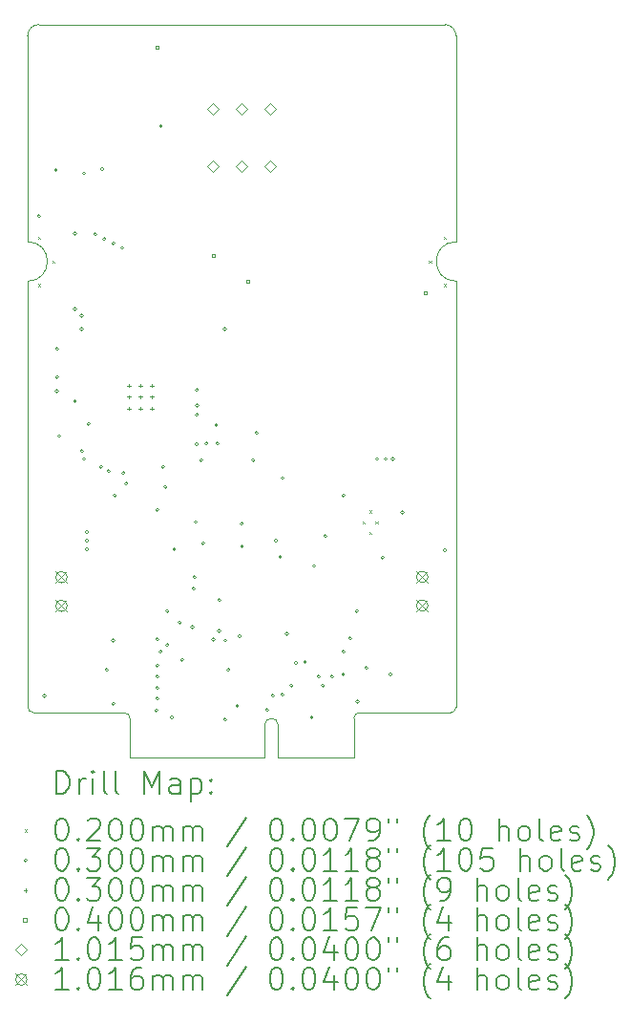
<source format=gbr>
%TF.GenerationSoftware,KiCad,Pcbnew,7.0.6*%
%TF.CreationDate,2023-08-17T07:33:31+09:30*%
%TF.ProjectId,spe-source,7370652d-736f-4757-9263-652e6b696361,V1.0*%
%TF.SameCoordinates,Original*%
%TF.FileFunction,Drillmap*%
%TF.FilePolarity,Positive*%
%FSLAX45Y45*%
G04 Gerber Fmt 4.5, Leading zero omitted, Abs format (unit mm)*
G04 Created by KiCad (PCBNEW 7.0.6) date 2023-08-17 07:33:31*
%MOMM*%
%LPD*%
G01*
G04 APERTURE LIST*
%ADD10C,0.100000*%
%ADD11C,0.200000*%
%ADD12C,0.020000*%
%ADD13C,0.030000*%
%ADD14C,0.040000*%
%ADD15C,0.101500*%
%ADD16C,0.101600*%
G04 APERTURE END LIST*
D10*
X10100000Y-3900000D02*
G75*
G03*
X10000000Y-4000000I0J-100000D01*
G01*
X12222500Y-10400000D02*
X12222500Y-10110000D01*
X10000000Y-9945000D02*
G75*
G03*
X10055000Y-10000000I55000J0D01*
G01*
X12942500Y-10000000D02*
X13750000Y-10000000D01*
X10907500Y-10400000D02*
X10907500Y-10050000D01*
X12942500Y-10000000D02*
G75*
G03*
X12892500Y-10050000I0J-50000D01*
G01*
X10100000Y-3900000D02*
X13700000Y-3900000D01*
X13800000Y-5825000D02*
X13800000Y-4000000D01*
X13800000Y-6175000D02*
X13800000Y-9950000D01*
X10000000Y-6175000D02*
X10000000Y-9945000D01*
X13750000Y-10000000D02*
G75*
G03*
X13800000Y-9950000I0J50000D01*
G01*
X12892500Y-10400000D02*
X12892500Y-10050000D01*
X10857500Y-10000000D02*
X10055000Y-10000000D01*
X12222500Y-10110000D02*
G75*
G03*
X12102500Y-10110000I-60000J0D01*
G01*
X13800000Y-5825000D02*
G75*
G03*
X13800000Y-6175000I0J-175000D01*
G01*
X12222500Y-10400000D02*
X12892500Y-10400000D01*
X10000000Y-5825000D02*
X10000000Y-4000000D01*
X10907500Y-10050000D02*
G75*
G03*
X10857500Y-10000000I-50000J0D01*
G01*
X12102500Y-10110000D02*
X12102500Y-10400000D01*
X12102500Y-10400000D02*
X10907500Y-10400000D01*
X13800000Y-4000000D02*
G75*
G03*
X13700000Y-3900000I-100000J0D01*
G01*
X10000000Y-6175000D02*
G75*
G03*
X10000000Y-5825000I0J175000D01*
G01*
D11*
D12*
X10090000Y-5780000D02*
X10110000Y-5800000D01*
X10110000Y-5780000D02*
X10090000Y-5800000D01*
X10090000Y-6200000D02*
X10110000Y-6220000D01*
X10110000Y-6200000D02*
X10090000Y-6220000D01*
X10220000Y-5990000D02*
X10240000Y-6010000D01*
X10240000Y-5990000D02*
X10220000Y-6010000D01*
X12970500Y-8302000D02*
X12990500Y-8322000D01*
X12990500Y-8302000D02*
X12970500Y-8322000D01*
X13028000Y-8207000D02*
X13048000Y-8227000D01*
X13048000Y-8207000D02*
X13028000Y-8227000D01*
X13028000Y-8397000D02*
X13048000Y-8417000D01*
X13048000Y-8397000D02*
X13028000Y-8417000D01*
X13085500Y-8302000D02*
X13105500Y-8322000D01*
X13105500Y-8302000D02*
X13085500Y-8322000D01*
X13560000Y-5990000D02*
X13580000Y-6010000D01*
X13580000Y-5990000D02*
X13560000Y-6010000D01*
X13690000Y-5780000D02*
X13710000Y-5800000D01*
X13710000Y-5780000D02*
X13690000Y-5800000D01*
X13690000Y-6200000D02*
X13710000Y-6220000D01*
X13710000Y-6200000D02*
X13690000Y-6220000D01*
D13*
X10115000Y-5600000D02*
G75*
G03*
X10115000Y-5600000I-15000J0D01*
G01*
X10165000Y-9850000D02*
G75*
G03*
X10165000Y-9850000I-15000J0D01*
G01*
X10265000Y-5190000D02*
G75*
G03*
X10265000Y-5190000I-15000J0D01*
G01*
X10275000Y-6775000D02*
G75*
G03*
X10275000Y-6775000I-15000J0D01*
G01*
X10275000Y-7025000D02*
G75*
G03*
X10275000Y-7025000I-15000J0D01*
G01*
X10275000Y-7150000D02*
G75*
G03*
X10275000Y-7150000I-15000J0D01*
G01*
X10295000Y-7547500D02*
G75*
G03*
X10295000Y-7547500I-15000J0D01*
G01*
X10435000Y-5752199D02*
G75*
G03*
X10435000Y-5752199I-15000J0D01*
G01*
X10435000Y-6420000D02*
G75*
G03*
X10435000Y-6420000I-15000J0D01*
G01*
X10435000Y-7240000D02*
G75*
G03*
X10435000Y-7240000I-15000J0D01*
G01*
X10495000Y-6480000D02*
G75*
G03*
X10495000Y-6480000I-15000J0D01*
G01*
X10495000Y-6600000D02*
G75*
G03*
X10495000Y-6600000I-15000J0D01*
G01*
X10495000Y-7680000D02*
G75*
G03*
X10495000Y-7680000I-15000J0D01*
G01*
X10515000Y-5220000D02*
G75*
G03*
X10515000Y-5220000I-15000J0D01*
G01*
X10515000Y-7750000D02*
G75*
G03*
X10515000Y-7750000I-15000J0D01*
G01*
X10540000Y-8400000D02*
G75*
G03*
X10540000Y-8400000I-15000J0D01*
G01*
X10540000Y-8475000D02*
G75*
G03*
X10540000Y-8475000I-15000J0D01*
G01*
X10540000Y-8550000D02*
G75*
G03*
X10540000Y-8550000I-15000J0D01*
G01*
X10555659Y-7440659D02*
G75*
G03*
X10555659Y-7440659I-15000J0D01*
G01*
X10615000Y-5760000D02*
G75*
G03*
X10615000Y-5760000I-15000J0D01*
G01*
X10665000Y-7820000D02*
G75*
G03*
X10665000Y-7820000I-15000J0D01*
G01*
X10675659Y-5179341D02*
G75*
G03*
X10675659Y-5179341I-15000J0D01*
G01*
X10695000Y-5800000D02*
G75*
G03*
X10695000Y-5800000I-15000J0D01*
G01*
X10715000Y-9620000D02*
G75*
G03*
X10715000Y-9620000I-15000J0D01*
G01*
X10734341Y-7859341D02*
G75*
G03*
X10734341Y-7859341I-15000J0D01*
G01*
X10775000Y-5840000D02*
G75*
G03*
X10775000Y-5840000I-15000J0D01*
G01*
X10775000Y-9360000D02*
G75*
G03*
X10775000Y-9360000I-15000J0D01*
G01*
X10775000Y-9920000D02*
G75*
G03*
X10775000Y-9920000I-15000J0D01*
G01*
X10790000Y-8075000D02*
G75*
G03*
X10790000Y-8075000I-15000J0D01*
G01*
X10855000Y-5880000D02*
G75*
G03*
X10855000Y-5880000I-15000J0D01*
G01*
X10865000Y-7875000D02*
G75*
G03*
X10865000Y-7875000I-15000J0D01*
G01*
X10890000Y-7970000D02*
G75*
G03*
X10890000Y-7970000I-15000J0D01*
G01*
X11155000Y-9980000D02*
G75*
G03*
X11155000Y-9980000I-15000J0D01*
G01*
X11165000Y-8200000D02*
G75*
G03*
X11165000Y-8200000I-15000J0D01*
G01*
X11165000Y-9350000D02*
G75*
G03*
X11165000Y-9350000I-15000J0D01*
G01*
X11165000Y-9580000D02*
G75*
G03*
X11165000Y-9580000I-15000J0D01*
G01*
X11165000Y-9680000D02*
G75*
G03*
X11165000Y-9680000I-15000J0D01*
G01*
X11165000Y-9780000D02*
G75*
G03*
X11165000Y-9780000I-15000J0D01*
G01*
X11165000Y-9875000D02*
G75*
G03*
X11165000Y-9875000I-15000J0D01*
G01*
X11195000Y-4800000D02*
G75*
G03*
X11195000Y-4800000I-15000J0D01*
G01*
X11195000Y-9460000D02*
G75*
G03*
X11195000Y-9460000I-15000J0D01*
G01*
X11215000Y-7820000D02*
G75*
G03*
X11215000Y-7820000I-15000J0D01*
G01*
X11237550Y-8000000D02*
G75*
G03*
X11237550Y-8000000I-15000J0D01*
G01*
X11255000Y-9100000D02*
G75*
G03*
X11255000Y-9100000I-15000J0D01*
G01*
X11255000Y-9400000D02*
G75*
G03*
X11255000Y-9400000I-15000J0D01*
G01*
X11295000Y-10040000D02*
G75*
G03*
X11295000Y-10040000I-15000J0D01*
G01*
X11315000Y-8550000D02*
G75*
G03*
X11315000Y-8550000I-15000J0D01*
G01*
X11362550Y-9200000D02*
G75*
G03*
X11362550Y-9200000I-15000J0D01*
G01*
X11385000Y-9530000D02*
G75*
G03*
X11385000Y-9530000I-15000J0D01*
G01*
X11475000Y-9240000D02*
G75*
G03*
X11475000Y-9240000I-15000J0D01*
G01*
X11487550Y-8900000D02*
G75*
G03*
X11487550Y-8900000I-15000J0D01*
G01*
X11495000Y-8800000D02*
G75*
G03*
X11495000Y-8800000I-15000J0D01*
G01*
X11505000Y-8310000D02*
G75*
G03*
X11505000Y-8310000I-15000J0D01*
G01*
X11515000Y-7140000D02*
G75*
G03*
X11515000Y-7140000I-15000J0D01*
G01*
X11515000Y-7360000D02*
G75*
G03*
X11515000Y-7360000I-15000J0D01*
G01*
X11515000Y-7620000D02*
G75*
G03*
X11515000Y-7620000I-15000J0D01*
G01*
X11517500Y-7277500D02*
G75*
G03*
X11517500Y-7277500I-15000J0D01*
G01*
X11555000Y-7760000D02*
G75*
G03*
X11555000Y-7760000I-15000J0D01*
G01*
X11572338Y-8497338D02*
G75*
G03*
X11572338Y-8497338I-15000J0D01*
G01*
X11602088Y-7612912D02*
G75*
G03*
X11602088Y-7612912I-15000J0D01*
G01*
X11662550Y-9350000D02*
G75*
G03*
X11662550Y-9350000I-15000J0D01*
G01*
X11687500Y-7450000D02*
G75*
G03*
X11687500Y-7450000I-15000J0D01*
G01*
X11698990Y-7612405D02*
G75*
G03*
X11698990Y-7612405I-15000J0D01*
G01*
X11715000Y-9000000D02*
G75*
G03*
X11715000Y-9000000I-15000J0D01*
G01*
X11715000Y-9275000D02*
G75*
G03*
X11715000Y-9275000I-15000J0D01*
G01*
X11765000Y-6600000D02*
G75*
G03*
X11765000Y-6600000I-15000J0D01*
G01*
X11765000Y-10060000D02*
G75*
G03*
X11765000Y-10060000I-15000J0D01*
G01*
X11767450Y-9360000D02*
G75*
G03*
X11767450Y-9360000I-15000J0D01*
G01*
X11795000Y-9620000D02*
G75*
G03*
X11795000Y-9620000I-15000J0D01*
G01*
X11875000Y-9940000D02*
G75*
G03*
X11875000Y-9940000I-15000J0D01*
G01*
X11895000Y-9320000D02*
G75*
G03*
X11895000Y-9320000I-15000J0D01*
G01*
X11915000Y-8325000D02*
G75*
G03*
X11915000Y-8325000I-15000J0D01*
G01*
X11915000Y-8525000D02*
G75*
G03*
X11915000Y-8525000I-15000J0D01*
G01*
X12015000Y-7760000D02*
G75*
G03*
X12015000Y-7760000I-15000J0D01*
G01*
X12045001Y-7520000D02*
G75*
G03*
X12045001Y-7520000I-15000J0D01*
G01*
X12140000Y-9975000D02*
G75*
G03*
X12140000Y-9975000I-15000J0D01*
G01*
X12188775Y-9847951D02*
G75*
G03*
X12188775Y-9847951I-15000J0D01*
G01*
X12215000Y-8475000D02*
G75*
G03*
X12215000Y-8475000I-15000J0D01*
G01*
X12255000Y-8620000D02*
G75*
G03*
X12255000Y-8620000I-15000J0D01*
G01*
X12275000Y-7920000D02*
G75*
G03*
X12275000Y-7920000I-15000J0D01*
G01*
X12275000Y-9840000D02*
G75*
G03*
X12275000Y-9840000I-15000J0D01*
G01*
X12315000Y-9300000D02*
G75*
G03*
X12315000Y-9300000I-15000J0D01*
G01*
X12355000Y-9760000D02*
G75*
G03*
X12355000Y-9760000I-15000J0D01*
G01*
X12395000Y-9560000D02*
G75*
G03*
X12395000Y-9560000I-15000J0D01*
G01*
X12475000Y-9550000D02*
G75*
G03*
X12475000Y-9550000I-15000J0D01*
G01*
X12535000Y-10040000D02*
G75*
G03*
X12535000Y-10040000I-15000J0D01*
G01*
X12555000Y-8700000D02*
G75*
G03*
X12555000Y-8700000I-15000J0D01*
G01*
X12595000Y-9680000D02*
G75*
G03*
X12595000Y-9680000I-15000J0D01*
G01*
X12635000Y-9760000D02*
G75*
G03*
X12635000Y-9760000I-15000J0D01*
G01*
X12655050Y-8435693D02*
G75*
G03*
X12655050Y-8435693I-15000J0D01*
G01*
X12715000Y-9680000D02*
G75*
G03*
X12715000Y-9680000I-15000J0D01*
G01*
X12815000Y-8075000D02*
G75*
G03*
X12815000Y-8075000I-15000J0D01*
G01*
X12815000Y-9460000D02*
G75*
G03*
X12815000Y-9460000I-15000J0D01*
G01*
X12815000Y-9660000D02*
G75*
G03*
X12815000Y-9660000I-15000J0D01*
G01*
X12875000Y-9340000D02*
G75*
G03*
X12875000Y-9340000I-15000J0D01*
G01*
X12935000Y-9100000D02*
G75*
G03*
X12935000Y-9100000I-15000J0D01*
G01*
X12940000Y-9900000D02*
G75*
G03*
X12940000Y-9900000I-15000J0D01*
G01*
X13017557Y-9602557D02*
G75*
G03*
X13017557Y-9602557I-15000J0D01*
G01*
X13115000Y-7750000D02*
G75*
G03*
X13115000Y-7750000I-15000J0D01*
G01*
X13165000Y-8625000D02*
G75*
G03*
X13165000Y-8625000I-15000J0D01*
G01*
X13190000Y-7750000D02*
G75*
G03*
X13190000Y-7750000I-15000J0D01*
G01*
X13235000Y-9660000D02*
G75*
G03*
X13235000Y-9660000I-15000J0D01*
G01*
X13255000Y-7750000D02*
G75*
G03*
X13255000Y-7750000I-15000J0D01*
G01*
X13340000Y-8225000D02*
G75*
G03*
X13340000Y-8225000I-15000J0D01*
G01*
X13715000Y-8560000D02*
G75*
G03*
X13715000Y-8560000I-15000J0D01*
G01*
X10900000Y-7085000D02*
X10900000Y-7115000D01*
X10885000Y-7100000D02*
X10915000Y-7100000D01*
X10900000Y-7185000D02*
X10900000Y-7215000D01*
X10885000Y-7200000D02*
X10915000Y-7200000D01*
X10900000Y-7287500D02*
X10900000Y-7317500D01*
X10885000Y-7302500D02*
X10915000Y-7302500D01*
X11000000Y-7085000D02*
X11000000Y-7115000D01*
X10985000Y-7100000D02*
X11015000Y-7100000D01*
X11000000Y-7185000D02*
X11000000Y-7215000D01*
X10985000Y-7200000D02*
X11015000Y-7200000D01*
X11000000Y-7287500D02*
X11000000Y-7317500D01*
X10985000Y-7302500D02*
X11015000Y-7302500D01*
X11100000Y-7085000D02*
X11100000Y-7115000D01*
X11085000Y-7100000D02*
X11115000Y-7100000D01*
X11100000Y-7185000D02*
X11100000Y-7215000D01*
X11085000Y-7200000D02*
X11115000Y-7200000D01*
X11102500Y-7287500D02*
X11102500Y-7317500D01*
X11087500Y-7302500D02*
X11117500Y-7302500D01*
D14*
X11163142Y-4113142D02*
X11163142Y-4084858D01*
X11134858Y-4084858D01*
X11134858Y-4113142D01*
X11163142Y-4113142D01*
X11664142Y-5964142D02*
X11664142Y-5935858D01*
X11635858Y-5935858D01*
X11635858Y-5964142D01*
X11664142Y-5964142D01*
X11964142Y-6189142D02*
X11964142Y-6160858D01*
X11935858Y-6160858D01*
X11935858Y-6189142D01*
X11964142Y-6189142D01*
X13539142Y-6289142D02*
X13539142Y-6260858D01*
X13510858Y-6260858D01*
X13510858Y-6289142D01*
X13539142Y-6289142D01*
D15*
X11646000Y-4700750D02*
X11696750Y-4650000D01*
X11646000Y-4599250D01*
X11595250Y-4650000D01*
X11646000Y-4700750D01*
X11646000Y-5208750D02*
X11696750Y-5158000D01*
X11646000Y-5107250D01*
X11595250Y-5158000D01*
X11646000Y-5208750D01*
X11900000Y-4700750D02*
X11950750Y-4650000D01*
X11900000Y-4599250D01*
X11849250Y-4650000D01*
X11900000Y-4700750D01*
X11900000Y-5208750D02*
X11950750Y-5158000D01*
X11900000Y-5107250D01*
X11849250Y-5158000D01*
X11900000Y-5208750D01*
X12154000Y-4700750D02*
X12204750Y-4650000D01*
X12154000Y-4599250D01*
X12103250Y-4650000D01*
X12154000Y-4700750D01*
X12154000Y-5208750D02*
X12204750Y-5158000D01*
X12154000Y-5107250D01*
X12103250Y-5158000D01*
X12154000Y-5208750D01*
D16*
X10249200Y-8747700D02*
X10350800Y-8849300D01*
X10350800Y-8747700D02*
X10249200Y-8849300D01*
X10350800Y-8798500D02*
G75*
G03*
X10350800Y-8798500I-50800J0D01*
G01*
X10249200Y-9001700D02*
X10350800Y-9103300D01*
X10350800Y-9001700D02*
X10249200Y-9103300D01*
X10350800Y-9052500D02*
G75*
G03*
X10350800Y-9052500I-50800J0D01*
G01*
X13449200Y-8745200D02*
X13550800Y-8846800D01*
X13550800Y-8745200D02*
X13449200Y-8846800D01*
X13550800Y-8796000D02*
G75*
G03*
X13550800Y-8796000I-50800J0D01*
G01*
X13449200Y-8999200D02*
X13550800Y-9100800D01*
X13550800Y-8999200D02*
X13449200Y-9100800D01*
X13550800Y-9050000D02*
G75*
G03*
X13550800Y-9050000I-50800J0D01*
G01*
D11*
X10255777Y-10716484D02*
X10255777Y-10516484D01*
X10255777Y-10516484D02*
X10303396Y-10516484D01*
X10303396Y-10516484D02*
X10331967Y-10526008D01*
X10331967Y-10526008D02*
X10351015Y-10545055D01*
X10351015Y-10545055D02*
X10360539Y-10564103D01*
X10360539Y-10564103D02*
X10370063Y-10602198D01*
X10370063Y-10602198D02*
X10370063Y-10630770D01*
X10370063Y-10630770D02*
X10360539Y-10668865D01*
X10360539Y-10668865D02*
X10351015Y-10687912D01*
X10351015Y-10687912D02*
X10331967Y-10706960D01*
X10331967Y-10706960D02*
X10303396Y-10716484D01*
X10303396Y-10716484D02*
X10255777Y-10716484D01*
X10455777Y-10716484D02*
X10455777Y-10583150D01*
X10455777Y-10621246D02*
X10465301Y-10602198D01*
X10465301Y-10602198D02*
X10474824Y-10592674D01*
X10474824Y-10592674D02*
X10493872Y-10583150D01*
X10493872Y-10583150D02*
X10512920Y-10583150D01*
X10579586Y-10716484D02*
X10579586Y-10583150D01*
X10579586Y-10516484D02*
X10570063Y-10526008D01*
X10570063Y-10526008D02*
X10579586Y-10535531D01*
X10579586Y-10535531D02*
X10589110Y-10526008D01*
X10589110Y-10526008D02*
X10579586Y-10516484D01*
X10579586Y-10516484D02*
X10579586Y-10535531D01*
X10703396Y-10716484D02*
X10684348Y-10706960D01*
X10684348Y-10706960D02*
X10674824Y-10687912D01*
X10674824Y-10687912D02*
X10674824Y-10516484D01*
X10808158Y-10716484D02*
X10789110Y-10706960D01*
X10789110Y-10706960D02*
X10779586Y-10687912D01*
X10779586Y-10687912D02*
X10779586Y-10516484D01*
X11036729Y-10716484D02*
X11036729Y-10516484D01*
X11036729Y-10516484D02*
X11103396Y-10659341D01*
X11103396Y-10659341D02*
X11170063Y-10516484D01*
X11170063Y-10516484D02*
X11170063Y-10716484D01*
X11351015Y-10716484D02*
X11351015Y-10611722D01*
X11351015Y-10611722D02*
X11341491Y-10592674D01*
X11341491Y-10592674D02*
X11322443Y-10583150D01*
X11322443Y-10583150D02*
X11284348Y-10583150D01*
X11284348Y-10583150D02*
X11265301Y-10592674D01*
X11351015Y-10706960D02*
X11331967Y-10716484D01*
X11331967Y-10716484D02*
X11284348Y-10716484D01*
X11284348Y-10716484D02*
X11265301Y-10706960D01*
X11265301Y-10706960D02*
X11255777Y-10687912D01*
X11255777Y-10687912D02*
X11255777Y-10668865D01*
X11255777Y-10668865D02*
X11265301Y-10649817D01*
X11265301Y-10649817D02*
X11284348Y-10640293D01*
X11284348Y-10640293D02*
X11331967Y-10640293D01*
X11331967Y-10640293D02*
X11351015Y-10630770D01*
X11446253Y-10583150D02*
X11446253Y-10783150D01*
X11446253Y-10592674D02*
X11465301Y-10583150D01*
X11465301Y-10583150D02*
X11503396Y-10583150D01*
X11503396Y-10583150D02*
X11522443Y-10592674D01*
X11522443Y-10592674D02*
X11531967Y-10602198D01*
X11531967Y-10602198D02*
X11541491Y-10621246D01*
X11541491Y-10621246D02*
X11541491Y-10678389D01*
X11541491Y-10678389D02*
X11531967Y-10697436D01*
X11531967Y-10697436D02*
X11522443Y-10706960D01*
X11522443Y-10706960D02*
X11503396Y-10716484D01*
X11503396Y-10716484D02*
X11465301Y-10716484D01*
X11465301Y-10716484D02*
X11446253Y-10706960D01*
X11627205Y-10697436D02*
X11636729Y-10706960D01*
X11636729Y-10706960D02*
X11627205Y-10716484D01*
X11627205Y-10716484D02*
X11617682Y-10706960D01*
X11617682Y-10706960D02*
X11627205Y-10697436D01*
X11627205Y-10697436D02*
X11627205Y-10716484D01*
X11627205Y-10592674D02*
X11636729Y-10602198D01*
X11636729Y-10602198D02*
X11627205Y-10611722D01*
X11627205Y-10611722D02*
X11617682Y-10602198D01*
X11617682Y-10602198D02*
X11627205Y-10592674D01*
X11627205Y-10592674D02*
X11627205Y-10611722D01*
D12*
X9975000Y-11035000D02*
X9995000Y-11055000D01*
X9995000Y-11035000D02*
X9975000Y-11055000D01*
D11*
X10293872Y-10936484D02*
X10312920Y-10936484D01*
X10312920Y-10936484D02*
X10331967Y-10946008D01*
X10331967Y-10946008D02*
X10341491Y-10955531D01*
X10341491Y-10955531D02*
X10351015Y-10974579D01*
X10351015Y-10974579D02*
X10360539Y-11012674D01*
X10360539Y-11012674D02*
X10360539Y-11060293D01*
X10360539Y-11060293D02*
X10351015Y-11098389D01*
X10351015Y-11098389D02*
X10341491Y-11117436D01*
X10341491Y-11117436D02*
X10331967Y-11126960D01*
X10331967Y-11126960D02*
X10312920Y-11136484D01*
X10312920Y-11136484D02*
X10293872Y-11136484D01*
X10293872Y-11136484D02*
X10274824Y-11126960D01*
X10274824Y-11126960D02*
X10265301Y-11117436D01*
X10265301Y-11117436D02*
X10255777Y-11098389D01*
X10255777Y-11098389D02*
X10246253Y-11060293D01*
X10246253Y-11060293D02*
X10246253Y-11012674D01*
X10246253Y-11012674D02*
X10255777Y-10974579D01*
X10255777Y-10974579D02*
X10265301Y-10955531D01*
X10265301Y-10955531D02*
X10274824Y-10946008D01*
X10274824Y-10946008D02*
X10293872Y-10936484D01*
X10446253Y-11117436D02*
X10455777Y-11126960D01*
X10455777Y-11126960D02*
X10446253Y-11136484D01*
X10446253Y-11136484D02*
X10436729Y-11126960D01*
X10436729Y-11126960D02*
X10446253Y-11117436D01*
X10446253Y-11117436D02*
X10446253Y-11136484D01*
X10531967Y-10955531D02*
X10541491Y-10946008D01*
X10541491Y-10946008D02*
X10560539Y-10936484D01*
X10560539Y-10936484D02*
X10608158Y-10936484D01*
X10608158Y-10936484D02*
X10627205Y-10946008D01*
X10627205Y-10946008D02*
X10636729Y-10955531D01*
X10636729Y-10955531D02*
X10646253Y-10974579D01*
X10646253Y-10974579D02*
X10646253Y-10993627D01*
X10646253Y-10993627D02*
X10636729Y-11022198D01*
X10636729Y-11022198D02*
X10522444Y-11136484D01*
X10522444Y-11136484D02*
X10646253Y-11136484D01*
X10770063Y-10936484D02*
X10789110Y-10936484D01*
X10789110Y-10936484D02*
X10808158Y-10946008D01*
X10808158Y-10946008D02*
X10817682Y-10955531D01*
X10817682Y-10955531D02*
X10827205Y-10974579D01*
X10827205Y-10974579D02*
X10836729Y-11012674D01*
X10836729Y-11012674D02*
X10836729Y-11060293D01*
X10836729Y-11060293D02*
X10827205Y-11098389D01*
X10827205Y-11098389D02*
X10817682Y-11117436D01*
X10817682Y-11117436D02*
X10808158Y-11126960D01*
X10808158Y-11126960D02*
X10789110Y-11136484D01*
X10789110Y-11136484D02*
X10770063Y-11136484D01*
X10770063Y-11136484D02*
X10751015Y-11126960D01*
X10751015Y-11126960D02*
X10741491Y-11117436D01*
X10741491Y-11117436D02*
X10731967Y-11098389D01*
X10731967Y-11098389D02*
X10722444Y-11060293D01*
X10722444Y-11060293D02*
X10722444Y-11012674D01*
X10722444Y-11012674D02*
X10731967Y-10974579D01*
X10731967Y-10974579D02*
X10741491Y-10955531D01*
X10741491Y-10955531D02*
X10751015Y-10946008D01*
X10751015Y-10946008D02*
X10770063Y-10936484D01*
X10960539Y-10936484D02*
X10979586Y-10936484D01*
X10979586Y-10936484D02*
X10998634Y-10946008D01*
X10998634Y-10946008D02*
X11008158Y-10955531D01*
X11008158Y-10955531D02*
X11017682Y-10974579D01*
X11017682Y-10974579D02*
X11027205Y-11012674D01*
X11027205Y-11012674D02*
X11027205Y-11060293D01*
X11027205Y-11060293D02*
X11017682Y-11098389D01*
X11017682Y-11098389D02*
X11008158Y-11117436D01*
X11008158Y-11117436D02*
X10998634Y-11126960D01*
X10998634Y-11126960D02*
X10979586Y-11136484D01*
X10979586Y-11136484D02*
X10960539Y-11136484D01*
X10960539Y-11136484D02*
X10941491Y-11126960D01*
X10941491Y-11126960D02*
X10931967Y-11117436D01*
X10931967Y-11117436D02*
X10922444Y-11098389D01*
X10922444Y-11098389D02*
X10912920Y-11060293D01*
X10912920Y-11060293D02*
X10912920Y-11012674D01*
X10912920Y-11012674D02*
X10922444Y-10974579D01*
X10922444Y-10974579D02*
X10931967Y-10955531D01*
X10931967Y-10955531D02*
X10941491Y-10946008D01*
X10941491Y-10946008D02*
X10960539Y-10936484D01*
X11112920Y-11136484D02*
X11112920Y-11003150D01*
X11112920Y-11022198D02*
X11122444Y-11012674D01*
X11122444Y-11012674D02*
X11141491Y-11003150D01*
X11141491Y-11003150D02*
X11170063Y-11003150D01*
X11170063Y-11003150D02*
X11189110Y-11012674D01*
X11189110Y-11012674D02*
X11198634Y-11031722D01*
X11198634Y-11031722D02*
X11198634Y-11136484D01*
X11198634Y-11031722D02*
X11208158Y-11012674D01*
X11208158Y-11012674D02*
X11227205Y-11003150D01*
X11227205Y-11003150D02*
X11255777Y-11003150D01*
X11255777Y-11003150D02*
X11274824Y-11012674D01*
X11274824Y-11012674D02*
X11284348Y-11031722D01*
X11284348Y-11031722D02*
X11284348Y-11136484D01*
X11379586Y-11136484D02*
X11379586Y-11003150D01*
X11379586Y-11022198D02*
X11389110Y-11012674D01*
X11389110Y-11012674D02*
X11408158Y-11003150D01*
X11408158Y-11003150D02*
X11436729Y-11003150D01*
X11436729Y-11003150D02*
X11455777Y-11012674D01*
X11455777Y-11012674D02*
X11465301Y-11031722D01*
X11465301Y-11031722D02*
X11465301Y-11136484D01*
X11465301Y-11031722D02*
X11474824Y-11012674D01*
X11474824Y-11012674D02*
X11493872Y-11003150D01*
X11493872Y-11003150D02*
X11522443Y-11003150D01*
X11522443Y-11003150D02*
X11541491Y-11012674D01*
X11541491Y-11012674D02*
X11551015Y-11031722D01*
X11551015Y-11031722D02*
X11551015Y-11136484D01*
X11941491Y-10926960D02*
X11770063Y-11184103D01*
X12198634Y-10936484D02*
X12217682Y-10936484D01*
X12217682Y-10936484D02*
X12236729Y-10946008D01*
X12236729Y-10946008D02*
X12246253Y-10955531D01*
X12246253Y-10955531D02*
X12255777Y-10974579D01*
X12255777Y-10974579D02*
X12265301Y-11012674D01*
X12265301Y-11012674D02*
X12265301Y-11060293D01*
X12265301Y-11060293D02*
X12255777Y-11098389D01*
X12255777Y-11098389D02*
X12246253Y-11117436D01*
X12246253Y-11117436D02*
X12236729Y-11126960D01*
X12236729Y-11126960D02*
X12217682Y-11136484D01*
X12217682Y-11136484D02*
X12198634Y-11136484D01*
X12198634Y-11136484D02*
X12179586Y-11126960D01*
X12179586Y-11126960D02*
X12170063Y-11117436D01*
X12170063Y-11117436D02*
X12160539Y-11098389D01*
X12160539Y-11098389D02*
X12151015Y-11060293D01*
X12151015Y-11060293D02*
X12151015Y-11012674D01*
X12151015Y-11012674D02*
X12160539Y-10974579D01*
X12160539Y-10974579D02*
X12170063Y-10955531D01*
X12170063Y-10955531D02*
X12179586Y-10946008D01*
X12179586Y-10946008D02*
X12198634Y-10936484D01*
X12351015Y-11117436D02*
X12360539Y-11126960D01*
X12360539Y-11126960D02*
X12351015Y-11136484D01*
X12351015Y-11136484D02*
X12341491Y-11126960D01*
X12341491Y-11126960D02*
X12351015Y-11117436D01*
X12351015Y-11117436D02*
X12351015Y-11136484D01*
X12484348Y-10936484D02*
X12503396Y-10936484D01*
X12503396Y-10936484D02*
X12522444Y-10946008D01*
X12522444Y-10946008D02*
X12531967Y-10955531D01*
X12531967Y-10955531D02*
X12541491Y-10974579D01*
X12541491Y-10974579D02*
X12551015Y-11012674D01*
X12551015Y-11012674D02*
X12551015Y-11060293D01*
X12551015Y-11060293D02*
X12541491Y-11098389D01*
X12541491Y-11098389D02*
X12531967Y-11117436D01*
X12531967Y-11117436D02*
X12522444Y-11126960D01*
X12522444Y-11126960D02*
X12503396Y-11136484D01*
X12503396Y-11136484D02*
X12484348Y-11136484D01*
X12484348Y-11136484D02*
X12465301Y-11126960D01*
X12465301Y-11126960D02*
X12455777Y-11117436D01*
X12455777Y-11117436D02*
X12446253Y-11098389D01*
X12446253Y-11098389D02*
X12436729Y-11060293D01*
X12436729Y-11060293D02*
X12436729Y-11012674D01*
X12436729Y-11012674D02*
X12446253Y-10974579D01*
X12446253Y-10974579D02*
X12455777Y-10955531D01*
X12455777Y-10955531D02*
X12465301Y-10946008D01*
X12465301Y-10946008D02*
X12484348Y-10936484D01*
X12674825Y-10936484D02*
X12693872Y-10936484D01*
X12693872Y-10936484D02*
X12712920Y-10946008D01*
X12712920Y-10946008D02*
X12722444Y-10955531D01*
X12722444Y-10955531D02*
X12731967Y-10974579D01*
X12731967Y-10974579D02*
X12741491Y-11012674D01*
X12741491Y-11012674D02*
X12741491Y-11060293D01*
X12741491Y-11060293D02*
X12731967Y-11098389D01*
X12731967Y-11098389D02*
X12722444Y-11117436D01*
X12722444Y-11117436D02*
X12712920Y-11126960D01*
X12712920Y-11126960D02*
X12693872Y-11136484D01*
X12693872Y-11136484D02*
X12674825Y-11136484D01*
X12674825Y-11136484D02*
X12655777Y-11126960D01*
X12655777Y-11126960D02*
X12646253Y-11117436D01*
X12646253Y-11117436D02*
X12636729Y-11098389D01*
X12636729Y-11098389D02*
X12627206Y-11060293D01*
X12627206Y-11060293D02*
X12627206Y-11012674D01*
X12627206Y-11012674D02*
X12636729Y-10974579D01*
X12636729Y-10974579D02*
X12646253Y-10955531D01*
X12646253Y-10955531D02*
X12655777Y-10946008D01*
X12655777Y-10946008D02*
X12674825Y-10936484D01*
X12808158Y-10936484D02*
X12941491Y-10936484D01*
X12941491Y-10936484D02*
X12855777Y-11136484D01*
X13027206Y-11136484D02*
X13065301Y-11136484D01*
X13065301Y-11136484D02*
X13084348Y-11126960D01*
X13084348Y-11126960D02*
X13093872Y-11117436D01*
X13093872Y-11117436D02*
X13112920Y-11088865D01*
X13112920Y-11088865D02*
X13122444Y-11050770D01*
X13122444Y-11050770D02*
X13122444Y-10974579D01*
X13122444Y-10974579D02*
X13112920Y-10955531D01*
X13112920Y-10955531D02*
X13103396Y-10946008D01*
X13103396Y-10946008D02*
X13084348Y-10936484D01*
X13084348Y-10936484D02*
X13046253Y-10936484D01*
X13046253Y-10936484D02*
X13027206Y-10946008D01*
X13027206Y-10946008D02*
X13017682Y-10955531D01*
X13017682Y-10955531D02*
X13008158Y-10974579D01*
X13008158Y-10974579D02*
X13008158Y-11022198D01*
X13008158Y-11022198D02*
X13017682Y-11041246D01*
X13017682Y-11041246D02*
X13027206Y-11050770D01*
X13027206Y-11050770D02*
X13046253Y-11060293D01*
X13046253Y-11060293D02*
X13084348Y-11060293D01*
X13084348Y-11060293D02*
X13103396Y-11050770D01*
X13103396Y-11050770D02*
X13112920Y-11041246D01*
X13112920Y-11041246D02*
X13122444Y-11022198D01*
X13198634Y-10936484D02*
X13198634Y-10974579D01*
X13274825Y-10936484D02*
X13274825Y-10974579D01*
X13570063Y-11212674D02*
X13560539Y-11203150D01*
X13560539Y-11203150D02*
X13541491Y-11174579D01*
X13541491Y-11174579D02*
X13531968Y-11155531D01*
X13531968Y-11155531D02*
X13522444Y-11126960D01*
X13522444Y-11126960D02*
X13512920Y-11079341D01*
X13512920Y-11079341D02*
X13512920Y-11041246D01*
X13512920Y-11041246D02*
X13522444Y-10993627D01*
X13522444Y-10993627D02*
X13531968Y-10965055D01*
X13531968Y-10965055D02*
X13541491Y-10946008D01*
X13541491Y-10946008D02*
X13560539Y-10917436D01*
X13560539Y-10917436D02*
X13570063Y-10907912D01*
X13751015Y-11136484D02*
X13636729Y-11136484D01*
X13693872Y-11136484D02*
X13693872Y-10936484D01*
X13693872Y-10936484D02*
X13674825Y-10965055D01*
X13674825Y-10965055D02*
X13655777Y-10984103D01*
X13655777Y-10984103D02*
X13636729Y-10993627D01*
X13874825Y-10936484D02*
X13893872Y-10936484D01*
X13893872Y-10936484D02*
X13912920Y-10946008D01*
X13912920Y-10946008D02*
X13922444Y-10955531D01*
X13922444Y-10955531D02*
X13931968Y-10974579D01*
X13931968Y-10974579D02*
X13941491Y-11012674D01*
X13941491Y-11012674D02*
X13941491Y-11060293D01*
X13941491Y-11060293D02*
X13931968Y-11098389D01*
X13931968Y-11098389D02*
X13922444Y-11117436D01*
X13922444Y-11117436D02*
X13912920Y-11126960D01*
X13912920Y-11126960D02*
X13893872Y-11136484D01*
X13893872Y-11136484D02*
X13874825Y-11136484D01*
X13874825Y-11136484D02*
X13855777Y-11126960D01*
X13855777Y-11126960D02*
X13846253Y-11117436D01*
X13846253Y-11117436D02*
X13836729Y-11098389D01*
X13836729Y-11098389D02*
X13827206Y-11060293D01*
X13827206Y-11060293D02*
X13827206Y-11012674D01*
X13827206Y-11012674D02*
X13836729Y-10974579D01*
X13836729Y-10974579D02*
X13846253Y-10955531D01*
X13846253Y-10955531D02*
X13855777Y-10946008D01*
X13855777Y-10946008D02*
X13874825Y-10936484D01*
X14179587Y-11136484D02*
X14179587Y-10936484D01*
X14265301Y-11136484D02*
X14265301Y-11031722D01*
X14265301Y-11031722D02*
X14255777Y-11012674D01*
X14255777Y-11012674D02*
X14236730Y-11003150D01*
X14236730Y-11003150D02*
X14208158Y-11003150D01*
X14208158Y-11003150D02*
X14189110Y-11012674D01*
X14189110Y-11012674D02*
X14179587Y-11022198D01*
X14389110Y-11136484D02*
X14370063Y-11126960D01*
X14370063Y-11126960D02*
X14360539Y-11117436D01*
X14360539Y-11117436D02*
X14351015Y-11098389D01*
X14351015Y-11098389D02*
X14351015Y-11041246D01*
X14351015Y-11041246D02*
X14360539Y-11022198D01*
X14360539Y-11022198D02*
X14370063Y-11012674D01*
X14370063Y-11012674D02*
X14389110Y-11003150D01*
X14389110Y-11003150D02*
X14417682Y-11003150D01*
X14417682Y-11003150D02*
X14436730Y-11012674D01*
X14436730Y-11012674D02*
X14446253Y-11022198D01*
X14446253Y-11022198D02*
X14455777Y-11041246D01*
X14455777Y-11041246D02*
X14455777Y-11098389D01*
X14455777Y-11098389D02*
X14446253Y-11117436D01*
X14446253Y-11117436D02*
X14436730Y-11126960D01*
X14436730Y-11126960D02*
X14417682Y-11136484D01*
X14417682Y-11136484D02*
X14389110Y-11136484D01*
X14570063Y-11136484D02*
X14551015Y-11126960D01*
X14551015Y-11126960D02*
X14541491Y-11107912D01*
X14541491Y-11107912D02*
X14541491Y-10936484D01*
X14722444Y-11126960D02*
X14703396Y-11136484D01*
X14703396Y-11136484D02*
X14665301Y-11136484D01*
X14665301Y-11136484D02*
X14646253Y-11126960D01*
X14646253Y-11126960D02*
X14636730Y-11107912D01*
X14636730Y-11107912D02*
X14636730Y-11031722D01*
X14636730Y-11031722D02*
X14646253Y-11012674D01*
X14646253Y-11012674D02*
X14665301Y-11003150D01*
X14665301Y-11003150D02*
X14703396Y-11003150D01*
X14703396Y-11003150D02*
X14722444Y-11012674D01*
X14722444Y-11012674D02*
X14731968Y-11031722D01*
X14731968Y-11031722D02*
X14731968Y-11050770D01*
X14731968Y-11050770D02*
X14636730Y-11069817D01*
X14808158Y-11126960D02*
X14827206Y-11136484D01*
X14827206Y-11136484D02*
X14865301Y-11136484D01*
X14865301Y-11136484D02*
X14884349Y-11126960D01*
X14884349Y-11126960D02*
X14893872Y-11107912D01*
X14893872Y-11107912D02*
X14893872Y-11098389D01*
X14893872Y-11098389D02*
X14884349Y-11079341D01*
X14884349Y-11079341D02*
X14865301Y-11069817D01*
X14865301Y-11069817D02*
X14836730Y-11069817D01*
X14836730Y-11069817D02*
X14817682Y-11060293D01*
X14817682Y-11060293D02*
X14808158Y-11041246D01*
X14808158Y-11041246D02*
X14808158Y-11031722D01*
X14808158Y-11031722D02*
X14817682Y-11012674D01*
X14817682Y-11012674D02*
X14836730Y-11003150D01*
X14836730Y-11003150D02*
X14865301Y-11003150D01*
X14865301Y-11003150D02*
X14884349Y-11012674D01*
X14960539Y-11212674D02*
X14970063Y-11203150D01*
X14970063Y-11203150D02*
X14989111Y-11174579D01*
X14989111Y-11174579D02*
X14998634Y-11155531D01*
X14998634Y-11155531D02*
X15008158Y-11126960D01*
X15008158Y-11126960D02*
X15017682Y-11079341D01*
X15017682Y-11079341D02*
X15017682Y-11041246D01*
X15017682Y-11041246D02*
X15008158Y-10993627D01*
X15008158Y-10993627D02*
X14998634Y-10965055D01*
X14998634Y-10965055D02*
X14989111Y-10946008D01*
X14989111Y-10946008D02*
X14970063Y-10917436D01*
X14970063Y-10917436D02*
X14960539Y-10907912D01*
D13*
X9995000Y-11309000D02*
G75*
G03*
X9995000Y-11309000I-15000J0D01*
G01*
D11*
X10293872Y-11200484D02*
X10312920Y-11200484D01*
X10312920Y-11200484D02*
X10331967Y-11210008D01*
X10331967Y-11210008D02*
X10341491Y-11219531D01*
X10341491Y-11219531D02*
X10351015Y-11238579D01*
X10351015Y-11238579D02*
X10360539Y-11276674D01*
X10360539Y-11276674D02*
X10360539Y-11324293D01*
X10360539Y-11324293D02*
X10351015Y-11362388D01*
X10351015Y-11362388D02*
X10341491Y-11381436D01*
X10341491Y-11381436D02*
X10331967Y-11390960D01*
X10331967Y-11390960D02*
X10312920Y-11400484D01*
X10312920Y-11400484D02*
X10293872Y-11400484D01*
X10293872Y-11400484D02*
X10274824Y-11390960D01*
X10274824Y-11390960D02*
X10265301Y-11381436D01*
X10265301Y-11381436D02*
X10255777Y-11362388D01*
X10255777Y-11362388D02*
X10246253Y-11324293D01*
X10246253Y-11324293D02*
X10246253Y-11276674D01*
X10246253Y-11276674D02*
X10255777Y-11238579D01*
X10255777Y-11238579D02*
X10265301Y-11219531D01*
X10265301Y-11219531D02*
X10274824Y-11210008D01*
X10274824Y-11210008D02*
X10293872Y-11200484D01*
X10446253Y-11381436D02*
X10455777Y-11390960D01*
X10455777Y-11390960D02*
X10446253Y-11400484D01*
X10446253Y-11400484D02*
X10436729Y-11390960D01*
X10436729Y-11390960D02*
X10446253Y-11381436D01*
X10446253Y-11381436D02*
X10446253Y-11400484D01*
X10522444Y-11200484D02*
X10646253Y-11200484D01*
X10646253Y-11200484D02*
X10579586Y-11276674D01*
X10579586Y-11276674D02*
X10608158Y-11276674D01*
X10608158Y-11276674D02*
X10627205Y-11286198D01*
X10627205Y-11286198D02*
X10636729Y-11295722D01*
X10636729Y-11295722D02*
X10646253Y-11314769D01*
X10646253Y-11314769D02*
X10646253Y-11362388D01*
X10646253Y-11362388D02*
X10636729Y-11381436D01*
X10636729Y-11381436D02*
X10627205Y-11390960D01*
X10627205Y-11390960D02*
X10608158Y-11400484D01*
X10608158Y-11400484D02*
X10551015Y-11400484D01*
X10551015Y-11400484D02*
X10531967Y-11390960D01*
X10531967Y-11390960D02*
X10522444Y-11381436D01*
X10770063Y-11200484D02*
X10789110Y-11200484D01*
X10789110Y-11200484D02*
X10808158Y-11210008D01*
X10808158Y-11210008D02*
X10817682Y-11219531D01*
X10817682Y-11219531D02*
X10827205Y-11238579D01*
X10827205Y-11238579D02*
X10836729Y-11276674D01*
X10836729Y-11276674D02*
X10836729Y-11324293D01*
X10836729Y-11324293D02*
X10827205Y-11362388D01*
X10827205Y-11362388D02*
X10817682Y-11381436D01*
X10817682Y-11381436D02*
X10808158Y-11390960D01*
X10808158Y-11390960D02*
X10789110Y-11400484D01*
X10789110Y-11400484D02*
X10770063Y-11400484D01*
X10770063Y-11400484D02*
X10751015Y-11390960D01*
X10751015Y-11390960D02*
X10741491Y-11381436D01*
X10741491Y-11381436D02*
X10731967Y-11362388D01*
X10731967Y-11362388D02*
X10722444Y-11324293D01*
X10722444Y-11324293D02*
X10722444Y-11276674D01*
X10722444Y-11276674D02*
X10731967Y-11238579D01*
X10731967Y-11238579D02*
X10741491Y-11219531D01*
X10741491Y-11219531D02*
X10751015Y-11210008D01*
X10751015Y-11210008D02*
X10770063Y-11200484D01*
X10960539Y-11200484D02*
X10979586Y-11200484D01*
X10979586Y-11200484D02*
X10998634Y-11210008D01*
X10998634Y-11210008D02*
X11008158Y-11219531D01*
X11008158Y-11219531D02*
X11017682Y-11238579D01*
X11017682Y-11238579D02*
X11027205Y-11276674D01*
X11027205Y-11276674D02*
X11027205Y-11324293D01*
X11027205Y-11324293D02*
X11017682Y-11362388D01*
X11017682Y-11362388D02*
X11008158Y-11381436D01*
X11008158Y-11381436D02*
X10998634Y-11390960D01*
X10998634Y-11390960D02*
X10979586Y-11400484D01*
X10979586Y-11400484D02*
X10960539Y-11400484D01*
X10960539Y-11400484D02*
X10941491Y-11390960D01*
X10941491Y-11390960D02*
X10931967Y-11381436D01*
X10931967Y-11381436D02*
X10922444Y-11362388D01*
X10922444Y-11362388D02*
X10912920Y-11324293D01*
X10912920Y-11324293D02*
X10912920Y-11276674D01*
X10912920Y-11276674D02*
X10922444Y-11238579D01*
X10922444Y-11238579D02*
X10931967Y-11219531D01*
X10931967Y-11219531D02*
X10941491Y-11210008D01*
X10941491Y-11210008D02*
X10960539Y-11200484D01*
X11112920Y-11400484D02*
X11112920Y-11267150D01*
X11112920Y-11286198D02*
X11122444Y-11276674D01*
X11122444Y-11276674D02*
X11141491Y-11267150D01*
X11141491Y-11267150D02*
X11170063Y-11267150D01*
X11170063Y-11267150D02*
X11189110Y-11276674D01*
X11189110Y-11276674D02*
X11198634Y-11295722D01*
X11198634Y-11295722D02*
X11198634Y-11400484D01*
X11198634Y-11295722D02*
X11208158Y-11276674D01*
X11208158Y-11276674D02*
X11227205Y-11267150D01*
X11227205Y-11267150D02*
X11255777Y-11267150D01*
X11255777Y-11267150D02*
X11274824Y-11276674D01*
X11274824Y-11276674D02*
X11284348Y-11295722D01*
X11284348Y-11295722D02*
X11284348Y-11400484D01*
X11379586Y-11400484D02*
X11379586Y-11267150D01*
X11379586Y-11286198D02*
X11389110Y-11276674D01*
X11389110Y-11276674D02*
X11408158Y-11267150D01*
X11408158Y-11267150D02*
X11436729Y-11267150D01*
X11436729Y-11267150D02*
X11455777Y-11276674D01*
X11455777Y-11276674D02*
X11465301Y-11295722D01*
X11465301Y-11295722D02*
X11465301Y-11400484D01*
X11465301Y-11295722D02*
X11474824Y-11276674D01*
X11474824Y-11276674D02*
X11493872Y-11267150D01*
X11493872Y-11267150D02*
X11522443Y-11267150D01*
X11522443Y-11267150D02*
X11541491Y-11276674D01*
X11541491Y-11276674D02*
X11551015Y-11295722D01*
X11551015Y-11295722D02*
X11551015Y-11400484D01*
X11941491Y-11190960D02*
X11770063Y-11448103D01*
X12198634Y-11200484D02*
X12217682Y-11200484D01*
X12217682Y-11200484D02*
X12236729Y-11210008D01*
X12236729Y-11210008D02*
X12246253Y-11219531D01*
X12246253Y-11219531D02*
X12255777Y-11238579D01*
X12255777Y-11238579D02*
X12265301Y-11276674D01*
X12265301Y-11276674D02*
X12265301Y-11324293D01*
X12265301Y-11324293D02*
X12255777Y-11362388D01*
X12255777Y-11362388D02*
X12246253Y-11381436D01*
X12246253Y-11381436D02*
X12236729Y-11390960D01*
X12236729Y-11390960D02*
X12217682Y-11400484D01*
X12217682Y-11400484D02*
X12198634Y-11400484D01*
X12198634Y-11400484D02*
X12179586Y-11390960D01*
X12179586Y-11390960D02*
X12170063Y-11381436D01*
X12170063Y-11381436D02*
X12160539Y-11362388D01*
X12160539Y-11362388D02*
X12151015Y-11324293D01*
X12151015Y-11324293D02*
X12151015Y-11276674D01*
X12151015Y-11276674D02*
X12160539Y-11238579D01*
X12160539Y-11238579D02*
X12170063Y-11219531D01*
X12170063Y-11219531D02*
X12179586Y-11210008D01*
X12179586Y-11210008D02*
X12198634Y-11200484D01*
X12351015Y-11381436D02*
X12360539Y-11390960D01*
X12360539Y-11390960D02*
X12351015Y-11400484D01*
X12351015Y-11400484D02*
X12341491Y-11390960D01*
X12341491Y-11390960D02*
X12351015Y-11381436D01*
X12351015Y-11381436D02*
X12351015Y-11400484D01*
X12484348Y-11200484D02*
X12503396Y-11200484D01*
X12503396Y-11200484D02*
X12522444Y-11210008D01*
X12522444Y-11210008D02*
X12531967Y-11219531D01*
X12531967Y-11219531D02*
X12541491Y-11238579D01*
X12541491Y-11238579D02*
X12551015Y-11276674D01*
X12551015Y-11276674D02*
X12551015Y-11324293D01*
X12551015Y-11324293D02*
X12541491Y-11362388D01*
X12541491Y-11362388D02*
X12531967Y-11381436D01*
X12531967Y-11381436D02*
X12522444Y-11390960D01*
X12522444Y-11390960D02*
X12503396Y-11400484D01*
X12503396Y-11400484D02*
X12484348Y-11400484D01*
X12484348Y-11400484D02*
X12465301Y-11390960D01*
X12465301Y-11390960D02*
X12455777Y-11381436D01*
X12455777Y-11381436D02*
X12446253Y-11362388D01*
X12446253Y-11362388D02*
X12436729Y-11324293D01*
X12436729Y-11324293D02*
X12436729Y-11276674D01*
X12436729Y-11276674D02*
X12446253Y-11238579D01*
X12446253Y-11238579D02*
X12455777Y-11219531D01*
X12455777Y-11219531D02*
X12465301Y-11210008D01*
X12465301Y-11210008D02*
X12484348Y-11200484D01*
X12741491Y-11400484D02*
X12627206Y-11400484D01*
X12684348Y-11400484D02*
X12684348Y-11200484D01*
X12684348Y-11200484D02*
X12665301Y-11229055D01*
X12665301Y-11229055D02*
X12646253Y-11248103D01*
X12646253Y-11248103D02*
X12627206Y-11257627D01*
X12931967Y-11400484D02*
X12817682Y-11400484D01*
X12874825Y-11400484D02*
X12874825Y-11200484D01*
X12874825Y-11200484D02*
X12855777Y-11229055D01*
X12855777Y-11229055D02*
X12836729Y-11248103D01*
X12836729Y-11248103D02*
X12817682Y-11257627D01*
X13046253Y-11286198D02*
X13027206Y-11276674D01*
X13027206Y-11276674D02*
X13017682Y-11267150D01*
X13017682Y-11267150D02*
X13008158Y-11248103D01*
X13008158Y-11248103D02*
X13008158Y-11238579D01*
X13008158Y-11238579D02*
X13017682Y-11219531D01*
X13017682Y-11219531D02*
X13027206Y-11210008D01*
X13027206Y-11210008D02*
X13046253Y-11200484D01*
X13046253Y-11200484D02*
X13084348Y-11200484D01*
X13084348Y-11200484D02*
X13103396Y-11210008D01*
X13103396Y-11210008D02*
X13112920Y-11219531D01*
X13112920Y-11219531D02*
X13122444Y-11238579D01*
X13122444Y-11238579D02*
X13122444Y-11248103D01*
X13122444Y-11248103D02*
X13112920Y-11267150D01*
X13112920Y-11267150D02*
X13103396Y-11276674D01*
X13103396Y-11276674D02*
X13084348Y-11286198D01*
X13084348Y-11286198D02*
X13046253Y-11286198D01*
X13046253Y-11286198D02*
X13027206Y-11295722D01*
X13027206Y-11295722D02*
X13017682Y-11305246D01*
X13017682Y-11305246D02*
X13008158Y-11324293D01*
X13008158Y-11324293D02*
X13008158Y-11362388D01*
X13008158Y-11362388D02*
X13017682Y-11381436D01*
X13017682Y-11381436D02*
X13027206Y-11390960D01*
X13027206Y-11390960D02*
X13046253Y-11400484D01*
X13046253Y-11400484D02*
X13084348Y-11400484D01*
X13084348Y-11400484D02*
X13103396Y-11390960D01*
X13103396Y-11390960D02*
X13112920Y-11381436D01*
X13112920Y-11381436D02*
X13122444Y-11362388D01*
X13122444Y-11362388D02*
X13122444Y-11324293D01*
X13122444Y-11324293D02*
X13112920Y-11305246D01*
X13112920Y-11305246D02*
X13103396Y-11295722D01*
X13103396Y-11295722D02*
X13084348Y-11286198D01*
X13198634Y-11200484D02*
X13198634Y-11238579D01*
X13274825Y-11200484D02*
X13274825Y-11238579D01*
X13570063Y-11476674D02*
X13560539Y-11467150D01*
X13560539Y-11467150D02*
X13541491Y-11438579D01*
X13541491Y-11438579D02*
X13531968Y-11419531D01*
X13531968Y-11419531D02*
X13522444Y-11390960D01*
X13522444Y-11390960D02*
X13512920Y-11343341D01*
X13512920Y-11343341D02*
X13512920Y-11305246D01*
X13512920Y-11305246D02*
X13522444Y-11257627D01*
X13522444Y-11257627D02*
X13531968Y-11229055D01*
X13531968Y-11229055D02*
X13541491Y-11210008D01*
X13541491Y-11210008D02*
X13560539Y-11181436D01*
X13560539Y-11181436D02*
X13570063Y-11171912D01*
X13751015Y-11400484D02*
X13636729Y-11400484D01*
X13693872Y-11400484D02*
X13693872Y-11200484D01*
X13693872Y-11200484D02*
X13674825Y-11229055D01*
X13674825Y-11229055D02*
X13655777Y-11248103D01*
X13655777Y-11248103D02*
X13636729Y-11257627D01*
X13874825Y-11200484D02*
X13893872Y-11200484D01*
X13893872Y-11200484D02*
X13912920Y-11210008D01*
X13912920Y-11210008D02*
X13922444Y-11219531D01*
X13922444Y-11219531D02*
X13931968Y-11238579D01*
X13931968Y-11238579D02*
X13941491Y-11276674D01*
X13941491Y-11276674D02*
X13941491Y-11324293D01*
X13941491Y-11324293D02*
X13931968Y-11362388D01*
X13931968Y-11362388D02*
X13922444Y-11381436D01*
X13922444Y-11381436D02*
X13912920Y-11390960D01*
X13912920Y-11390960D02*
X13893872Y-11400484D01*
X13893872Y-11400484D02*
X13874825Y-11400484D01*
X13874825Y-11400484D02*
X13855777Y-11390960D01*
X13855777Y-11390960D02*
X13846253Y-11381436D01*
X13846253Y-11381436D02*
X13836729Y-11362388D01*
X13836729Y-11362388D02*
X13827206Y-11324293D01*
X13827206Y-11324293D02*
X13827206Y-11276674D01*
X13827206Y-11276674D02*
X13836729Y-11238579D01*
X13836729Y-11238579D02*
X13846253Y-11219531D01*
X13846253Y-11219531D02*
X13855777Y-11210008D01*
X13855777Y-11210008D02*
X13874825Y-11200484D01*
X14122444Y-11200484D02*
X14027206Y-11200484D01*
X14027206Y-11200484D02*
X14017682Y-11295722D01*
X14017682Y-11295722D02*
X14027206Y-11286198D01*
X14027206Y-11286198D02*
X14046253Y-11276674D01*
X14046253Y-11276674D02*
X14093872Y-11276674D01*
X14093872Y-11276674D02*
X14112920Y-11286198D01*
X14112920Y-11286198D02*
X14122444Y-11295722D01*
X14122444Y-11295722D02*
X14131968Y-11314769D01*
X14131968Y-11314769D02*
X14131968Y-11362388D01*
X14131968Y-11362388D02*
X14122444Y-11381436D01*
X14122444Y-11381436D02*
X14112920Y-11390960D01*
X14112920Y-11390960D02*
X14093872Y-11400484D01*
X14093872Y-11400484D02*
X14046253Y-11400484D01*
X14046253Y-11400484D02*
X14027206Y-11390960D01*
X14027206Y-11390960D02*
X14017682Y-11381436D01*
X14370063Y-11400484D02*
X14370063Y-11200484D01*
X14455777Y-11400484D02*
X14455777Y-11295722D01*
X14455777Y-11295722D02*
X14446253Y-11276674D01*
X14446253Y-11276674D02*
X14427206Y-11267150D01*
X14427206Y-11267150D02*
X14398634Y-11267150D01*
X14398634Y-11267150D02*
X14379587Y-11276674D01*
X14379587Y-11276674D02*
X14370063Y-11286198D01*
X14579587Y-11400484D02*
X14560539Y-11390960D01*
X14560539Y-11390960D02*
X14551015Y-11381436D01*
X14551015Y-11381436D02*
X14541491Y-11362388D01*
X14541491Y-11362388D02*
X14541491Y-11305246D01*
X14541491Y-11305246D02*
X14551015Y-11286198D01*
X14551015Y-11286198D02*
X14560539Y-11276674D01*
X14560539Y-11276674D02*
X14579587Y-11267150D01*
X14579587Y-11267150D02*
X14608158Y-11267150D01*
X14608158Y-11267150D02*
X14627206Y-11276674D01*
X14627206Y-11276674D02*
X14636730Y-11286198D01*
X14636730Y-11286198D02*
X14646253Y-11305246D01*
X14646253Y-11305246D02*
X14646253Y-11362388D01*
X14646253Y-11362388D02*
X14636730Y-11381436D01*
X14636730Y-11381436D02*
X14627206Y-11390960D01*
X14627206Y-11390960D02*
X14608158Y-11400484D01*
X14608158Y-11400484D02*
X14579587Y-11400484D01*
X14760539Y-11400484D02*
X14741491Y-11390960D01*
X14741491Y-11390960D02*
X14731968Y-11371912D01*
X14731968Y-11371912D02*
X14731968Y-11200484D01*
X14912920Y-11390960D02*
X14893872Y-11400484D01*
X14893872Y-11400484D02*
X14855777Y-11400484D01*
X14855777Y-11400484D02*
X14836730Y-11390960D01*
X14836730Y-11390960D02*
X14827206Y-11371912D01*
X14827206Y-11371912D02*
X14827206Y-11295722D01*
X14827206Y-11295722D02*
X14836730Y-11276674D01*
X14836730Y-11276674D02*
X14855777Y-11267150D01*
X14855777Y-11267150D02*
X14893872Y-11267150D01*
X14893872Y-11267150D02*
X14912920Y-11276674D01*
X14912920Y-11276674D02*
X14922444Y-11295722D01*
X14922444Y-11295722D02*
X14922444Y-11314769D01*
X14922444Y-11314769D02*
X14827206Y-11333817D01*
X14998634Y-11390960D02*
X15017682Y-11400484D01*
X15017682Y-11400484D02*
X15055777Y-11400484D01*
X15055777Y-11400484D02*
X15074825Y-11390960D01*
X15074825Y-11390960D02*
X15084349Y-11371912D01*
X15084349Y-11371912D02*
X15084349Y-11362388D01*
X15084349Y-11362388D02*
X15074825Y-11343341D01*
X15074825Y-11343341D02*
X15055777Y-11333817D01*
X15055777Y-11333817D02*
X15027206Y-11333817D01*
X15027206Y-11333817D02*
X15008158Y-11324293D01*
X15008158Y-11324293D02*
X14998634Y-11305246D01*
X14998634Y-11305246D02*
X14998634Y-11295722D01*
X14998634Y-11295722D02*
X15008158Y-11276674D01*
X15008158Y-11276674D02*
X15027206Y-11267150D01*
X15027206Y-11267150D02*
X15055777Y-11267150D01*
X15055777Y-11267150D02*
X15074825Y-11276674D01*
X15151015Y-11476674D02*
X15160539Y-11467150D01*
X15160539Y-11467150D02*
X15179587Y-11438579D01*
X15179587Y-11438579D02*
X15189111Y-11419531D01*
X15189111Y-11419531D02*
X15198634Y-11390960D01*
X15198634Y-11390960D02*
X15208158Y-11343341D01*
X15208158Y-11343341D02*
X15208158Y-11305246D01*
X15208158Y-11305246D02*
X15198634Y-11257627D01*
X15198634Y-11257627D02*
X15189111Y-11229055D01*
X15189111Y-11229055D02*
X15179587Y-11210008D01*
X15179587Y-11210008D02*
X15160539Y-11181436D01*
X15160539Y-11181436D02*
X15151015Y-11171912D01*
D13*
X9980000Y-11558000D02*
X9980000Y-11588000D01*
X9965000Y-11573000D02*
X9995000Y-11573000D01*
D11*
X10293872Y-11464484D02*
X10312920Y-11464484D01*
X10312920Y-11464484D02*
X10331967Y-11474008D01*
X10331967Y-11474008D02*
X10341491Y-11483531D01*
X10341491Y-11483531D02*
X10351015Y-11502579D01*
X10351015Y-11502579D02*
X10360539Y-11540674D01*
X10360539Y-11540674D02*
X10360539Y-11588293D01*
X10360539Y-11588293D02*
X10351015Y-11626388D01*
X10351015Y-11626388D02*
X10341491Y-11645436D01*
X10341491Y-11645436D02*
X10331967Y-11654960D01*
X10331967Y-11654960D02*
X10312920Y-11664484D01*
X10312920Y-11664484D02*
X10293872Y-11664484D01*
X10293872Y-11664484D02*
X10274824Y-11654960D01*
X10274824Y-11654960D02*
X10265301Y-11645436D01*
X10265301Y-11645436D02*
X10255777Y-11626388D01*
X10255777Y-11626388D02*
X10246253Y-11588293D01*
X10246253Y-11588293D02*
X10246253Y-11540674D01*
X10246253Y-11540674D02*
X10255777Y-11502579D01*
X10255777Y-11502579D02*
X10265301Y-11483531D01*
X10265301Y-11483531D02*
X10274824Y-11474008D01*
X10274824Y-11474008D02*
X10293872Y-11464484D01*
X10446253Y-11645436D02*
X10455777Y-11654960D01*
X10455777Y-11654960D02*
X10446253Y-11664484D01*
X10446253Y-11664484D02*
X10436729Y-11654960D01*
X10436729Y-11654960D02*
X10446253Y-11645436D01*
X10446253Y-11645436D02*
X10446253Y-11664484D01*
X10522444Y-11464484D02*
X10646253Y-11464484D01*
X10646253Y-11464484D02*
X10579586Y-11540674D01*
X10579586Y-11540674D02*
X10608158Y-11540674D01*
X10608158Y-11540674D02*
X10627205Y-11550198D01*
X10627205Y-11550198D02*
X10636729Y-11559722D01*
X10636729Y-11559722D02*
X10646253Y-11578769D01*
X10646253Y-11578769D02*
X10646253Y-11626388D01*
X10646253Y-11626388D02*
X10636729Y-11645436D01*
X10636729Y-11645436D02*
X10627205Y-11654960D01*
X10627205Y-11654960D02*
X10608158Y-11664484D01*
X10608158Y-11664484D02*
X10551015Y-11664484D01*
X10551015Y-11664484D02*
X10531967Y-11654960D01*
X10531967Y-11654960D02*
X10522444Y-11645436D01*
X10770063Y-11464484D02*
X10789110Y-11464484D01*
X10789110Y-11464484D02*
X10808158Y-11474008D01*
X10808158Y-11474008D02*
X10817682Y-11483531D01*
X10817682Y-11483531D02*
X10827205Y-11502579D01*
X10827205Y-11502579D02*
X10836729Y-11540674D01*
X10836729Y-11540674D02*
X10836729Y-11588293D01*
X10836729Y-11588293D02*
X10827205Y-11626388D01*
X10827205Y-11626388D02*
X10817682Y-11645436D01*
X10817682Y-11645436D02*
X10808158Y-11654960D01*
X10808158Y-11654960D02*
X10789110Y-11664484D01*
X10789110Y-11664484D02*
X10770063Y-11664484D01*
X10770063Y-11664484D02*
X10751015Y-11654960D01*
X10751015Y-11654960D02*
X10741491Y-11645436D01*
X10741491Y-11645436D02*
X10731967Y-11626388D01*
X10731967Y-11626388D02*
X10722444Y-11588293D01*
X10722444Y-11588293D02*
X10722444Y-11540674D01*
X10722444Y-11540674D02*
X10731967Y-11502579D01*
X10731967Y-11502579D02*
X10741491Y-11483531D01*
X10741491Y-11483531D02*
X10751015Y-11474008D01*
X10751015Y-11474008D02*
X10770063Y-11464484D01*
X10960539Y-11464484D02*
X10979586Y-11464484D01*
X10979586Y-11464484D02*
X10998634Y-11474008D01*
X10998634Y-11474008D02*
X11008158Y-11483531D01*
X11008158Y-11483531D02*
X11017682Y-11502579D01*
X11017682Y-11502579D02*
X11027205Y-11540674D01*
X11027205Y-11540674D02*
X11027205Y-11588293D01*
X11027205Y-11588293D02*
X11017682Y-11626388D01*
X11017682Y-11626388D02*
X11008158Y-11645436D01*
X11008158Y-11645436D02*
X10998634Y-11654960D01*
X10998634Y-11654960D02*
X10979586Y-11664484D01*
X10979586Y-11664484D02*
X10960539Y-11664484D01*
X10960539Y-11664484D02*
X10941491Y-11654960D01*
X10941491Y-11654960D02*
X10931967Y-11645436D01*
X10931967Y-11645436D02*
X10922444Y-11626388D01*
X10922444Y-11626388D02*
X10912920Y-11588293D01*
X10912920Y-11588293D02*
X10912920Y-11540674D01*
X10912920Y-11540674D02*
X10922444Y-11502579D01*
X10922444Y-11502579D02*
X10931967Y-11483531D01*
X10931967Y-11483531D02*
X10941491Y-11474008D01*
X10941491Y-11474008D02*
X10960539Y-11464484D01*
X11112920Y-11664484D02*
X11112920Y-11531150D01*
X11112920Y-11550198D02*
X11122444Y-11540674D01*
X11122444Y-11540674D02*
X11141491Y-11531150D01*
X11141491Y-11531150D02*
X11170063Y-11531150D01*
X11170063Y-11531150D02*
X11189110Y-11540674D01*
X11189110Y-11540674D02*
X11198634Y-11559722D01*
X11198634Y-11559722D02*
X11198634Y-11664484D01*
X11198634Y-11559722D02*
X11208158Y-11540674D01*
X11208158Y-11540674D02*
X11227205Y-11531150D01*
X11227205Y-11531150D02*
X11255777Y-11531150D01*
X11255777Y-11531150D02*
X11274824Y-11540674D01*
X11274824Y-11540674D02*
X11284348Y-11559722D01*
X11284348Y-11559722D02*
X11284348Y-11664484D01*
X11379586Y-11664484D02*
X11379586Y-11531150D01*
X11379586Y-11550198D02*
X11389110Y-11540674D01*
X11389110Y-11540674D02*
X11408158Y-11531150D01*
X11408158Y-11531150D02*
X11436729Y-11531150D01*
X11436729Y-11531150D02*
X11455777Y-11540674D01*
X11455777Y-11540674D02*
X11465301Y-11559722D01*
X11465301Y-11559722D02*
X11465301Y-11664484D01*
X11465301Y-11559722D02*
X11474824Y-11540674D01*
X11474824Y-11540674D02*
X11493872Y-11531150D01*
X11493872Y-11531150D02*
X11522443Y-11531150D01*
X11522443Y-11531150D02*
X11541491Y-11540674D01*
X11541491Y-11540674D02*
X11551015Y-11559722D01*
X11551015Y-11559722D02*
X11551015Y-11664484D01*
X11941491Y-11454960D02*
X11770063Y-11712103D01*
X12198634Y-11464484D02*
X12217682Y-11464484D01*
X12217682Y-11464484D02*
X12236729Y-11474008D01*
X12236729Y-11474008D02*
X12246253Y-11483531D01*
X12246253Y-11483531D02*
X12255777Y-11502579D01*
X12255777Y-11502579D02*
X12265301Y-11540674D01*
X12265301Y-11540674D02*
X12265301Y-11588293D01*
X12265301Y-11588293D02*
X12255777Y-11626388D01*
X12255777Y-11626388D02*
X12246253Y-11645436D01*
X12246253Y-11645436D02*
X12236729Y-11654960D01*
X12236729Y-11654960D02*
X12217682Y-11664484D01*
X12217682Y-11664484D02*
X12198634Y-11664484D01*
X12198634Y-11664484D02*
X12179586Y-11654960D01*
X12179586Y-11654960D02*
X12170063Y-11645436D01*
X12170063Y-11645436D02*
X12160539Y-11626388D01*
X12160539Y-11626388D02*
X12151015Y-11588293D01*
X12151015Y-11588293D02*
X12151015Y-11540674D01*
X12151015Y-11540674D02*
X12160539Y-11502579D01*
X12160539Y-11502579D02*
X12170063Y-11483531D01*
X12170063Y-11483531D02*
X12179586Y-11474008D01*
X12179586Y-11474008D02*
X12198634Y-11464484D01*
X12351015Y-11645436D02*
X12360539Y-11654960D01*
X12360539Y-11654960D02*
X12351015Y-11664484D01*
X12351015Y-11664484D02*
X12341491Y-11654960D01*
X12341491Y-11654960D02*
X12351015Y-11645436D01*
X12351015Y-11645436D02*
X12351015Y-11664484D01*
X12484348Y-11464484D02*
X12503396Y-11464484D01*
X12503396Y-11464484D02*
X12522444Y-11474008D01*
X12522444Y-11474008D02*
X12531967Y-11483531D01*
X12531967Y-11483531D02*
X12541491Y-11502579D01*
X12541491Y-11502579D02*
X12551015Y-11540674D01*
X12551015Y-11540674D02*
X12551015Y-11588293D01*
X12551015Y-11588293D02*
X12541491Y-11626388D01*
X12541491Y-11626388D02*
X12531967Y-11645436D01*
X12531967Y-11645436D02*
X12522444Y-11654960D01*
X12522444Y-11654960D02*
X12503396Y-11664484D01*
X12503396Y-11664484D02*
X12484348Y-11664484D01*
X12484348Y-11664484D02*
X12465301Y-11654960D01*
X12465301Y-11654960D02*
X12455777Y-11645436D01*
X12455777Y-11645436D02*
X12446253Y-11626388D01*
X12446253Y-11626388D02*
X12436729Y-11588293D01*
X12436729Y-11588293D02*
X12436729Y-11540674D01*
X12436729Y-11540674D02*
X12446253Y-11502579D01*
X12446253Y-11502579D02*
X12455777Y-11483531D01*
X12455777Y-11483531D02*
X12465301Y-11474008D01*
X12465301Y-11474008D02*
X12484348Y-11464484D01*
X12741491Y-11664484D02*
X12627206Y-11664484D01*
X12684348Y-11664484D02*
X12684348Y-11464484D01*
X12684348Y-11464484D02*
X12665301Y-11493055D01*
X12665301Y-11493055D02*
X12646253Y-11512103D01*
X12646253Y-11512103D02*
X12627206Y-11521627D01*
X12931967Y-11664484D02*
X12817682Y-11664484D01*
X12874825Y-11664484D02*
X12874825Y-11464484D01*
X12874825Y-11464484D02*
X12855777Y-11493055D01*
X12855777Y-11493055D02*
X12836729Y-11512103D01*
X12836729Y-11512103D02*
X12817682Y-11521627D01*
X13046253Y-11550198D02*
X13027206Y-11540674D01*
X13027206Y-11540674D02*
X13017682Y-11531150D01*
X13017682Y-11531150D02*
X13008158Y-11512103D01*
X13008158Y-11512103D02*
X13008158Y-11502579D01*
X13008158Y-11502579D02*
X13017682Y-11483531D01*
X13017682Y-11483531D02*
X13027206Y-11474008D01*
X13027206Y-11474008D02*
X13046253Y-11464484D01*
X13046253Y-11464484D02*
X13084348Y-11464484D01*
X13084348Y-11464484D02*
X13103396Y-11474008D01*
X13103396Y-11474008D02*
X13112920Y-11483531D01*
X13112920Y-11483531D02*
X13122444Y-11502579D01*
X13122444Y-11502579D02*
X13122444Y-11512103D01*
X13122444Y-11512103D02*
X13112920Y-11531150D01*
X13112920Y-11531150D02*
X13103396Y-11540674D01*
X13103396Y-11540674D02*
X13084348Y-11550198D01*
X13084348Y-11550198D02*
X13046253Y-11550198D01*
X13046253Y-11550198D02*
X13027206Y-11559722D01*
X13027206Y-11559722D02*
X13017682Y-11569246D01*
X13017682Y-11569246D02*
X13008158Y-11588293D01*
X13008158Y-11588293D02*
X13008158Y-11626388D01*
X13008158Y-11626388D02*
X13017682Y-11645436D01*
X13017682Y-11645436D02*
X13027206Y-11654960D01*
X13027206Y-11654960D02*
X13046253Y-11664484D01*
X13046253Y-11664484D02*
X13084348Y-11664484D01*
X13084348Y-11664484D02*
X13103396Y-11654960D01*
X13103396Y-11654960D02*
X13112920Y-11645436D01*
X13112920Y-11645436D02*
X13122444Y-11626388D01*
X13122444Y-11626388D02*
X13122444Y-11588293D01*
X13122444Y-11588293D02*
X13112920Y-11569246D01*
X13112920Y-11569246D02*
X13103396Y-11559722D01*
X13103396Y-11559722D02*
X13084348Y-11550198D01*
X13198634Y-11464484D02*
X13198634Y-11502579D01*
X13274825Y-11464484D02*
X13274825Y-11502579D01*
X13570063Y-11740674D02*
X13560539Y-11731150D01*
X13560539Y-11731150D02*
X13541491Y-11702579D01*
X13541491Y-11702579D02*
X13531968Y-11683531D01*
X13531968Y-11683531D02*
X13522444Y-11654960D01*
X13522444Y-11654960D02*
X13512920Y-11607341D01*
X13512920Y-11607341D02*
X13512920Y-11569246D01*
X13512920Y-11569246D02*
X13522444Y-11521627D01*
X13522444Y-11521627D02*
X13531968Y-11493055D01*
X13531968Y-11493055D02*
X13541491Y-11474008D01*
X13541491Y-11474008D02*
X13560539Y-11445436D01*
X13560539Y-11445436D02*
X13570063Y-11435912D01*
X13655777Y-11664484D02*
X13693872Y-11664484D01*
X13693872Y-11664484D02*
X13712920Y-11654960D01*
X13712920Y-11654960D02*
X13722444Y-11645436D01*
X13722444Y-11645436D02*
X13741491Y-11616865D01*
X13741491Y-11616865D02*
X13751015Y-11578769D01*
X13751015Y-11578769D02*
X13751015Y-11502579D01*
X13751015Y-11502579D02*
X13741491Y-11483531D01*
X13741491Y-11483531D02*
X13731968Y-11474008D01*
X13731968Y-11474008D02*
X13712920Y-11464484D01*
X13712920Y-11464484D02*
X13674825Y-11464484D01*
X13674825Y-11464484D02*
X13655777Y-11474008D01*
X13655777Y-11474008D02*
X13646253Y-11483531D01*
X13646253Y-11483531D02*
X13636729Y-11502579D01*
X13636729Y-11502579D02*
X13636729Y-11550198D01*
X13636729Y-11550198D02*
X13646253Y-11569246D01*
X13646253Y-11569246D02*
X13655777Y-11578769D01*
X13655777Y-11578769D02*
X13674825Y-11588293D01*
X13674825Y-11588293D02*
X13712920Y-11588293D01*
X13712920Y-11588293D02*
X13731968Y-11578769D01*
X13731968Y-11578769D02*
X13741491Y-11569246D01*
X13741491Y-11569246D02*
X13751015Y-11550198D01*
X13989110Y-11664484D02*
X13989110Y-11464484D01*
X14074825Y-11664484D02*
X14074825Y-11559722D01*
X14074825Y-11559722D02*
X14065301Y-11540674D01*
X14065301Y-11540674D02*
X14046253Y-11531150D01*
X14046253Y-11531150D02*
X14017682Y-11531150D01*
X14017682Y-11531150D02*
X13998634Y-11540674D01*
X13998634Y-11540674D02*
X13989110Y-11550198D01*
X14198634Y-11664484D02*
X14179587Y-11654960D01*
X14179587Y-11654960D02*
X14170063Y-11645436D01*
X14170063Y-11645436D02*
X14160539Y-11626388D01*
X14160539Y-11626388D02*
X14160539Y-11569246D01*
X14160539Y-11569246D02*
X14170063Y-11550198D01*
X14170063Y-11550198D02*
X14179587Y-11540674D01*
X14179587Y-11540674D02*
X14198634Y-11531150D01*
X14198634Y-11531150D02*
X14227206Y-11531150D01*
X14227206Y-11531150D02*
X14246253Y-11540674D01*
X14246253Y-11540674D02*
X14255777Y-11550198D01*
X14255777Y-11550198D02*
X14265301Y-11569246D01*
X14265301Y-11569246D02*
X14265301Y-11626388D01*
X14265301Y-11626388D02*
X14255777Y-11645436D01*
X14255777Y-11645436D02*
X14246253Y-11654960D01*
X14246253Y-11654960D02*
X14227206Y-11664484D01*
X14227206Y-11664484D02*
X14198634Y-11664484D01*
X14379587Y-11664484D02*
X14360539Y-11654960D01*
X14360539Y-11654960D02*
X14351015Y-11635912D01*
X14351015Y-11635912D02*
X14351015Y-11464484D01*
X14531968Y-11654960D02*
X14512920Y-11664484D01*
X14512920Y-11664484D02*
X14474825Y-11664484D01*
X14474825Y-11664484D02*
X14455777Y-11654960D01*
X14455777Y-11654960D02*
X14446253Y-11635912D01*
X14446253Y-11635912D02*
X14446253Y-11559722D01*
X14446253Y-11559722D02*
X14455777Y-11540674D01*
X14455777Y-11540674D02*
X14474825Y-11531150D01*
X14474825Y-11531150D02*
X14512920Y-11531150D01*
X14512920Y-11531150D02*
X14531968Y-11540674D01*
X14531968Y-11540674D02*
X14541491Y-11559722D01*
X14541491Y-11559722D02*
X14541491Y-11578769D01*
X14541491Y-11578769D02*
X14446253Y-11597817D01*
X14617682Y-11654960D02*
X14636730Y-11664484D01*
X14636730Y-11664484D02*
X14674825Y-11664484D01*
X14674825Y-11664484D02*
X14693872Y-11654960D01*
X14693872Y-11654960D02*
X14703396Y-11635912D01*
X14703396Y-11635912D02*
X14703396Y-11626388D01*
X14703396Y-11626388D02*
X14693872Y-11607341D01*
X14693872Y-11607341D02*
X14674825Y-11597817D01*
X14674825Y-11597817D02*
X14646253Y-11597817D01*
X14646253Y-11597817D02*
X14627206Y-11588293D01*
X14627206Y-11588293D02*
X14617682Y-11569246D01*
X14617682Y-11569246D02*
X14617682Y-11559722D01*
X14617682Y-11559722D02*
X14627206Y-11540674D01*
X14627206Y-11540674D02*
X14646253Y-11531150D01*
X14646253Y-11531150D02*
X14674825Y-11531150D01*
X14674825Y-11531150D02*
X14693872Y-11540674D01*
X14770063Y-11740674D02*
X14779587Y-11731150D01*
X14779587Y-11731150D02*
X14798634Y-11702579D01*
X14798634Y-11702579D02*
X14808158Y-11683531D01*
X14808158Y-11683531D02*
X14817682Y-11654960D01*
X14817682Y-11654960D02*
X14827206Y-11607341D01*
X14827206Y-11607341D02*
X14827206Y-11569246D01*
X14827206Y-11569246D02*
X14817682Y-11521627D01*
X14817682Y-11521627D02*
X14808158Y-11493055D01*
X14808158Y-11493055D02*
X14798634Y-11474008D01*
X14798634Y-11474008D02*
X14779587Y-11445436D01*
X14779587Y-11445436D02*
X14770063Y-11435912D01*
D14*
X9989142Y-11851142D02*
X9989142Y-11822858D01*
X9960858Y-11822858D01*
X9960858Y-11851142D01*
X9989142Y-11851142D01*
D11*
X10293872Y-11728484D02*
X10312920Y-11728484D01*
X10312920Y-11728484D02*
X10331967Y-11738008D01*
X10331967Y-11738008D02*
X10341491Y-11747531D01*
X10341491Y-11747531D02*
X10351015Y-11766579D01*
X10351015Y-11766579D02*
X10360539Y-11804674D01*
X10360539Y-11804674D02*
X10360539Y-11852293D01*
X10360539Y-11852293D02*
X10351015Y-11890388D01*
X10351015Y-11890388D02*
X10341491Y-11909436D01*
X10341491Y-11909436D02*
X10331967Y-11918960D01*
X10331967Y-11918960D02*
X10312920Y-11928484D01*
X10312920Y-11928484D02*
X10293872Y-11928484D01*
X10293872Y-11928484D02*
X10274824Y-11918960D01*
X10274824Y-11918960D02*
X10265301Y-11909436D01*
X10265301Y-11909436D02*
X10255777Y-11890388D01*
X10255777Y-11890388D02*
X10246253Y-11852293D01*
X10246253Y-11852293D02*
X10246253Y-11804674D01*
X10246253Y-11804674D02*
X10255777Y-11766579D01*
X10255777Y-11766579D02*
X10265301Y-11747531D01*
X10265301Y-11747531D02*
X10274824Y-11738008D01*
X10274824Y-11738008D02*
X10293872Y-11728484D01*
X10446253Y-11909436D02*
X10455777Y-11918960D01*
X10455777Y-11918960D02*
X10446253Y-11928484D01*
X10446253Y-11928484D02*
X10436729Y-11918960D01*
X10436729Y-11918960D02*
X10446253Y-11909436D01*
X10446253Y-11909436D02*
X10446253Y-11928484D01*
X10627205Y-11795150D02*
X10627205Y-11928484D01*
X10579586Y-11718960D02*
X10531967Y-11861817D01*
X10531967Y-11861817D02*
X10655777Y-11861817D01*
X10770063Y-11728484D02*
X10789110Y-11728484D01*
X10789110Y-11728484D02*
X10808158Y-11738008D01*
X10808158Y-11738008D02*
X10817682Y-11747531D01*
X10817682Y-11747531D02*
X10827205Y-11766579D01*
X10827205Y-11766579D02*
X10836729Y-11804674D01*
X10836729Y-11804674D02*
X10836729Y-11852293D01*
X10836729Y-11852293D02*
X10827205Y-11890388D01*
X10827205Y-11890388D02*
X10817682Y-11909436D01*
X10817682Y-11909436D02*
X10808158Y-11918960D01*
X10808158Y-11918960D02*
X10789110Y-11928484D01*
X10789110Y-11928484D02*
X10770063Y-11928484D01*
X10770063Y-11928484D02*
X10751015Y-11918960D01*
X10751015Y-11918960D02*
X10741491Y-11909436D01*
X10741491Y-11909436D02*
X10731967Y-11890388D01*
X10731967Y-11890388D02*
X10722444Y-11852293D01*
X10722444Y-11852293D02*
X10722444Y-11804674D01*
X10722444Y-11804674D02*
X10731967Y-11766579D01*
X10731967Y-11766579D02*
X10741491Y-11747531D01*
X10741491Y-11747531D02*
X10751015Y-11738008D01*
X10751015Y-11738008D02*
X10770063Y-11728484D01*
X10960539Y-11728484D02*
X10979586Y-11728484D01*
X10979586Y-11728484D02*
X10998634Y-11738008D01*
X10998634Y-11738008D02*
X11008158Y-11747531D01*
X11008158Y-11747531D02*
X11017682Y-11766579D01*
X11017682Y-11766579D02*
X11027205Y-11804674D01*
X11027205Y-11804674D02*
X11027205Y-11852293D01*
X11027205Y-11852293D02*
X11017682Y-11890388D01*
X11017682Y-11890388D02*
X11008158Y-11909436D01*
X11008158Y-11909436D02*
X10998634Y-11918960D01*
X10998634Y-11918960D02*
X10979586Y-11928484D01*
X10979586Y-11928484D02*
X10960539Y-11928484D01*
X10960539Y-11928484D02*
X10941491Y-11918960D01*
X10941491Y-11918960D02*
X10931967Y-11909436D01*
X10931967Y-11909436D02*
X10922444Y-11890388D01*
X10922444Y-11890388D02*
X10912920Y-11852293D01*
X10912920Y-11852293D02*
X10912920Y-11804674D01*
X10912920Y-11804674D02*
X10922444Y-11766579D01*
X10922444Y-11766579D02*
X10931967Y-11747531D01*
X10931967Y-11747531D02*
X10941491Y-11738008D01*
X10941491Y-11738008D02*
X10960539Y-11728484D01*
X11112920Y-11928484D02*
X11112920Y-11795150D01*
X11112920Y-11814198D02*
X11122444Y-11804674D01*
X11122444Y-11804674D02*
X11141491Y-11795150D01*
X11141491Y-11795150D02*
X11170063Y-11795150D01*
X11170063Y-11795150D02*
X11189110Y-11804674D01*
X11189110Y-11804674D02*
X11198634Y-11823722D01*
X11198634Y-11823722D02*
X11198634Y-11928484D01*
X11198634Y-11823722D02*
X11208158Y-11804674D01*
X11208158Y-11804674D02*
X11227205Y-11795150D01*
X11227205Y-11795150D02*
X11255777Y-11795150D01*
X11255777Y-11795150D02*
X11274824Y-11804674D01*
X11274824Y-11804674D02*
X11284348Y-11823722D01*
X11284348Y-11823722D02*
X11284348Y-11928484D01*
X11379586Y-11928484D02*
X11379586Y-11795150D01*
X11379586Y-11814198D02*
X11389110Y-11804674D01*
X11389110Y-11804674D02*
X11408158Y-11795150D01*
X11408158Y-11795150D02*
X11436729Y-11795150D01*
X11436729Y-11795150D02*
X11455777Y-11804674D01*
X11455777Y-11804674D02*
X11465301Y-11823722D01*
X11465301Y-11823722D02*
X11465301Y-11928484D01*
X11465301Y-11823722D02*
X11474824Y-11804674D01*
X11474824Y-11804674D02*
X11493872Y-11795150D01*
X11493872Y-11795150D02*
X11522443Y-11795150D01*
X11522443Y-11795150D02*
X11541491Y-11804674D01*
X11541491Y-11804674D02*
X11551015Y-11823722D01*
X11551015Y-11823722D02*
X11551015Y-11928484D01*
X11941491Y-11718960D02*
X11770063Y-11976103D01*
X12198634Y-11728484D02*
X12217682Y-11728484D01*
X12217682Y-11728484D02*
X12236729Y-11738008D01*
X12236729Y-11738008D02*
X12246253Y-11747531D01*
X12246253Y-11747531D02*
X12255777Y-11766579D01*
X12255777Y-11766579D02*
X12265301Y-11804674D01*
X12265301Y-11804674D02*
X12265301Y-11852293D01*
X12265301Y-11852293D02*
X12255777Y-11890388D01*
X12255777Y-11890388D02*
X12246253Y-11909436D01*
X12246253Y-11909436D02*
X12236729Y-11918960D01*
X12236729Y-11918960D02*
X12217682Y-11928484D01*
X12217682Y-11928484D02*
X12198634Y-11928484D01*
X12198634Y-11928484D02*
X12179586Y-11918960D01*
X12179586Y-11918960D02*
X12170063Y-11909436D01*
X12170063Y-11909436D02*
X12160539Y-11890388D01*
X12160539Y-11890388D02*
X12151015Y-11852293D01*
X12151015Y-11852293D02*
X12151015Y-11804674D01*
X12151015Y-11804674D02*
X12160539Y-11766579D01*
X12160539Y-11766579D02*
X12170063Y-11747531D01*
X12170063Y-11747531D02*
X12179586Y-11738008D01*
X12179586Y-11738008D02*
X12198634Y-11728484D01*
X12351015Y-11909436D02*
X12360539Y-11918960D01*
X12360539Y-11918960D02*
X12351015Y-11928484D01*
X12351015Y-11928484D02*
X12341491Y-11918960D01*
X12341491Y-11918960D02*
X12351015Y-11909436D01*
X12351015Y-11909436D02*
X12351015Y-11928484D01*
X12484348Y-11728484D02*
X12503396Y-11728484D01*
X12503396Y-11728484D02*
X12522444Y-11738008D01*
X12522444Y-11738008D02*
X12531967Y-11747531D01*
X12531967Y-11747531D02*
X12541491Y-11766579D01*
X12541491Y-11766579D02*
X12551015Y-11804674D01*
X12551015Y-11804674D02*
X12551015Y-11852293D01*
X12551015Y-11852293D02*
X12541491Y-11890388D01*
X12541491Y-11890388D02*
X12531967Y-11909436D01*
X12531967Y-11909436D02*
X12522444Y-11918960D01*
X12522444Y-11918960D02*
X12503396Y-11928484D01*
X12503396Y-11928484D02*
X12484348Y-11928484D01*
X12484348Y-11928484D02*
X12465301Y-11918960D01*
X12465301Y-11918960D02*
X12455777Y-11909436D01*
X12455777Y-11909436D02*
X12446253Y-11890388D01*
X12446253Y-11890388D02*
X12436729Y-11852293D01*
X12436729Y-11852293D02*
X12436729Y-11804674D01*
X12436729Y-11804674D02*
X12446253Y-11766579D01*
X12446253Y-11766579D02*
X12455777Y-11747531D01*
X12455777Y-11747531D02*
X12465301Y-11738008D01*
X12465301Y-11738008D02*
X12484348Y-11728484D01*
X12741491Y-11928484D02*
X12627206Y-11928484D01*
X12684348Y-11928484D02*
X12684348Y-11728484D01*
X12684348Y-11728484D02*
X12665301Y-11757055D01*
X12665301Y-11757055D02*
X12646253Y-11776103D01*
X12646253Y-11776103D02*
X12627206Y-11785627D01*
X12922444Y-11728484D02*
X12827206Y-11728484D01*
X12827206Y-11728484D02*
X12817682Y-11823722D01*
X12817682Y-11823722D02*
X12827206Y-11814198D01*
X12827206Y-11814198D02*
X12846253Y-11804674D01*
X12846253Y-11804674D02*
X12893872Y-11804674D01*
X12893872Y-11804674D02*
X12912920Y-11814198D01*
X12912920Y-11814198D02*
X12922444Y-11823722D01*
X12922444Y-11823722D02*
X12931967Y-11842769D01*
X12931967Y-11842769D02*
X12931967Y-11890388D01*
X12931967Y-11890388D02*
X12922444Y-11909436D01*
X12922444Y-11909436D02*
X12912920Y-11918960D01*
X12912920Y-11918960D02*
X12893872Y-11928484D01*
X12893872Y-11928484D02*
X12846253Y-11928484D01*
X12846253Y-11928484D02*
X12827206Y-11918960D01*
X12827206Y-11918960D02*
X12817682Y-11909436D01*
X12998634Y-11728484D02*
X13131967Y-11728484D01*
X13131967Y-11728484D02*
X13046253Y-11928484D01*
X13198634Y-11728484D02*
X13198634Y-11766579D01*
X13274825Y-11728484D02*
X13274825Y-11766579D01*
X13570063Y-12004674D02*
X13560539Y-11995150D01*
X13560539Y-11995150D02*
X13541491Y-11966579D01*
X13541491Y-11966579D02*
X13531968Y-11947531D01*
X13531968Y-11947531D02*
X13522444Y-11918960D01*
X13522444Y-11918960D02*
X13512920Y-11871341D01*
X13512920Y-11871341D02*
X13512920Y-11833246D01*
X13512920Y-11833246D02*
X13522444Y-11785627D01*
X13522444Y-11785627D02*
X13531968Y-11757055D01*
X13531968Y-11757055D02*
X13541491Y-11738008D01*
X13541491Y-11738008D02*
X13560539Y-11709436D01*
X13560539Y-11709436D02*
X13570063Y-11699912D01*
X13731968Y-11795150D02*
X13731968Y-11928484D01*
X13684348Y-11718960D02*
X13636729Y-11861817D01*
X13636729Y-11861817D02*
X13760539Y-11861817D01*
X13989110Y-11928484D02*
X13989110Y-11728484D01*
X14074825Y-11928484D02*
X14074825Y-11823722D01*
X14074825Y-11823722D02*
X14065301Y-11804674D01*
X14065301Y-11804674D02*
X14046253Y-11795150D01*
X14046253Y-11795150D02*
X14017682Y-11795150D01*
X14017682Y-11795150D02*
X13998634Y-11804674D01*
X13998634Y-11804674D02*
X13989110Y-11814198D01*
X14198634Y-11928484D02*
X14179587Y-11918960D01*
X14179587Y-11918960D02*
X14170063Y-11909436D01*
X14170063Y-11909436D02*
X14160539Y-11890388D01*
X14160539Y-11890388D02*
X14160539Y-11833246D01*
X14160539Y-11833246D02*
X14170063Y-11814198D01*
X14170063Y-11814198D02*
X14179587Y-11804674D01*
X14179587Y-11804674D02*
X14198634Y-11795150D01*
X14198634Y-11795150D02*
X14227206Y-11795150D01*
X14227206Y-11795150D02*
X14246253Y-11804674D01*
X14246253Y-11804674D02*
X14255777Y-11814198D01*
X14255777Y-11814198D02*
X14265301Y-11833246D01*
X14265301Y-11833246D02*
X14265301Y-11890388D01*
X14265301Y-11890388D02*
X14255777Y-11909436D01*
X14255777Y-11909436D02*
X14246253Y-11918960D01*
X14246253Y-11918960D02*
X14227206Y-11928484D01*
X14227206Y-11928484D02*
X14198634Y-11928484D01*
X14379587Y-11928484D02*
X14360539Y-11918960D01*
X14360539Y-11918960D02*
X14351015Y-11899912D01*
X14351015Y-11899912D02*
X14351015Y-11728484D01*
X14531968Y-11918960D02*
X14512920Y-11928484D01*
X14512920Y-11928484D02*
X14474825Y-11928484D01*
X14474825Y-11928484D02*
X14455777Y-11918960D01*
X14455777Y-11918960D02*
X14446253Y-11899912D01*
X14446253Y-11899912D02*
X14446253Y-11823722D01*
X14446253Y-11823722D02*
X14455777Y-11804674D01*
X14455777Y-11804674D02*
X14474825Y-11795150D01*
X14474825Y-11795150D02*
X14512920Y-11795150D01*
X14512920Y-11795150D02*
X14531968Y-11804674D01*
X14531968Y-11804674D02*
X14541491Y-11823722D01*
X14541491Y-11823722D02*
X14541491Y-11842769D01*
X14541491Y-11842769D02*
X14446253Y-11861817D01*
X14617682Y-11918960D02*
X14636730Y-11928484D01*
X14636730Y-11928484D02*
X14674825Y-11928484D01*
X14674825Y-11928484D02*
X14693872Y-11918960D01*
X14693872Y-11918960D02*
X14703396Y-11899912D01*
X14703396Y-11899912D02*
X14703396Y-11890388D01*
X14703396Y-11890388D02*
X14693872Y-11871341D01*
X14693872Y-11871341D02*
X14674825Y-11861817D01*
X14674825Y-11861817D02*
X14646253Y-11861817D01*
X14646253Y-11861817D02*
X14627206Y-11852293D01*
X14627206Y-11852293D02*
X14617682Y-11833246D01*
X14617682Y-11833246D02*
X14617682Y-11823722D01*
X14617682Y-11823722D02*
X14627206Y-11804674D01*
X14627206Y-11804674D02*
X14646253Y-11795150D01*
X14646253Y-11795150D02*
X14674825Y-11795150D01*
X14674825Y-11795150D02*
X14693872Y-11804674D01*
X14770063Y-12004674D02*
X14779587Y-11995150D01*
X14779587Y-11995150D02*
X14798634Y-11966579D01*
X14798634Y-11966579D02*
X14808158Y-11947531D01*
X14808158Y-11947531D02*
X14817682Y-11918960D01*
X14817682Y-11918960D02*
X14827206Y-11871341D01*
X14827206Y-11871341D02*
X14827206Y-11833246D01*
X14827206Y-11833246D02*
X14817682Y-11785627D01*
X14817682Y-11785627D02*
X14808158Y-11757055D01*
X14808158Y-11757055D02*
X14798634Y-11738008D01*
X14798634Y-11738008D02*
X14779587Y-11709436D01*
X14779587Y-11709436D02*
X14770063Y-11699912D01*
D15*
X9944250Y-12151750D02*
X9995000Y-12101000D01*
X9944250Y-12050250D01*
X9893500Y-12101000D01*
X9944250Y-12151750D01*
D11*
X10360539Y-12192484D02*
X10246253Y-12192484D01*
X10303396Y-12192484D02*
X10303396Y-11992484D01*
X10303396Y-11992484D02*
X10284348Y-12021055D01*
X10284348Y-12021055D02*
X10265301Y-12040103D01*
X10265301Y-12040103D02*
X10246253Y-12049627D01*
X10446253Y-12173436D02*
X10455777Y-12182960D01*
X10455777Y-12182960D02*
X10446253Y-12192484D01*
X10446253Y-12192484D02*
X10436729Y-12182960D01*
X10436729Y-12182960D02*
X10446253Y-12173436D01*
X10446253Y-12173436D02*
X10446253Y-12192484D01*
X10579586Y-11992484D02*
X10598634Y-11992484D01*
X10598634Y-11992484D02*
X10617682Y-12002008D01*
X10617682Y-12002008D02*
X10627205Y-12011531D01*
X10627205Y-12011531D02*
X10636729Y-12030579D01*
X10636729Y-12030579D02*
X10646253Y-12068674D01*
X10646253Y-12068674D02*
X10646253Y-12116293D01*
X10646253Y-12116293D02*
X10636729Y-12154388D01*
X10636729Y-12154388D02*
X10627205Y-12173436D01*
X10627205Y-12173436D02*
X10617682Y-12182960D01*
X10617682Y-12182960D02*
X10598634Y-12192484D01*
X10598634Y-12192484D02*
X10579586Y-12192484D01*
X10579586Y-12192484D02*
X10560539Y-12182960D01*
X10560539Y-12182960D02*
X10551015Y-12173436D01*
X10551015Y-12173436D02*
X10541491Y-12154388D01*
X10541491Y-12154388D02*
X10531967Y-12116293D01*
X10531967Y-12116293D02*
X10531967Y-12068674D01*
X10531967Y-12068674D02*
X10541491Y-12030579D01*
X10541491Y-12030579D02*
X10551015Y-12011531D01*
X10551015Y-12011531D02*
X10560539Y-12002008D01*
X10560539Y-12002008D02*
X10579586Y-11992484D01*
X10836729Y-12192484D02*
X10722444Y-12192484D01*
X10779586Y-12192484D02*
X10779586Y-11992484D01*
X10779586Y-11992484D02*
X10760539Y-12021055D01*
X10760539Y-12021055D02*
X10741491Y-12040103D01*
X10741491Y-12040103D02*
X10722444Y-12049627D01*
X11017682Y-11992484D02*
X10922444Y-11992484D01*
X10922444Y-11992484D02*
X10912920Y-12087722D01*
X10912920Y-12087722D02*
X10922444Y-12078198D01*
X10922444Y-12078198D02*
X10941491Y-12068674D01*
X10941491Y-12068674D02*
X10989110Y-12068674D01*
X10989110Y-12068674D02*
X11008158Y-12078198D01*
X11008158Y-12078198D02*
X11017682Y-12087722D01*
X11017682Y-12087722D02*
X11027205Y-12106769D01*
X11027205Y-12106769D02*
X11027205Y-12154388D01*
X11027205Y-12154388D02*
X11017682Y-12173436D01*
X11017682Y-12173436D02*
X11008158Y-12182960D01*
X11008158Y-12182960D02*
X10989110Y-12192484D01*
X10989110Y-12192484D02*
X10941491Y-12192484D01*
X10941491Y-12192484D02*
X10922444Y-12182960D01*
X10922444Y-12182960D02*
X10912920Y-12173436D01*
X11112920Y-12192484D02*
X11112920Y-12059150D01*
X11112920Y-12078198D02*
X11122444Y-12068674D01*
X11122444Y-12068674D02*
X11141491Y-12059150D01*
X11141491Y-12059150D02*
X11170063Y-12059150D01*
X11170063Y-12059150D02*
X11189110Y-12068674D01*
X11189110Y-12068674D02*
X11198634Y-12087722D01*
X11198634Y-12087722D02*
X11198634Y-12192484D01*
X11198634Y-12087722D02*
X11208158Y-12068674D01*
X11208158Y-12068674D02*
X11227205Y-12059150D01*
X11227205Y-12059150D02*
X11255777Y-12059150D01*
X11255777Y-12059150D02*
X11274824Y-12068674D01*
X11274824Y-12068674D02*
X11284348Y-12087722D01*
X11284348Y-12087722D02*
X11284348Y-12192484D01*
X11379586Y-12192484D02*
X11379586Y-12059150D01*
X11379586Y-12078198D02*
X11389110Y-12068674D01*
X11389110Y-12068674D02*
X11408158Y-12059150D01*
X11408158Y-12059150D02*
X11436729Y-12059150D01*
X11436729Y-12059150D02*
X11455777Y-12068674D01*
X11455777Y-12068674D02*
X11465301Y-12087722D01*
X11465301Y-12087722D02*
X11465301Y-12192484D01*
X11465301Y-12087722D02*
X11474824Y-12068674D01*
X11474824Y-12068674D02*
X11493872Y-12059150D01*
X11493872Y-12059150D02*
X11522443Y-12059150D01*
X11522443Y-12059150D02*
X11541491Y-12068674D01*
X11541491Y-12068674D02*
X11551015Y-12087722D01*
X11551015Y-12087722D02*
X11551015Y-12192484D01*
X11941491Y-11982960D02*
X11770063Y-12240103D01*
X12198634Y-11992484D02*
X12217682Y-11992484D01*
X12217682Y-11992484D02*
X12236729Y-12002008D01*
X12236729Y-12002008D02*
X12246253Y-12011531D01*
X12246253Y-12011531D02*
X12255777Y-12030579D01*
X12255777Y-12030579D02*
X12265301Y-12068674D01*
X12265301Y-12068674D02*
X12265301Y-12116293D01*
X12265301Y-12116293D02*
X12255777Y-12154388D01*
X12255777Y-12154388D02*
X12246253Y-12173436D01*
X12246253Y-12173436D02*
X12236729Y-12182960D01*
X12236729Y-12182960D02*
X12217682Y-12192484D01*
X12217682Y-12192484D02*
X12198634Y-12192484D01*
X12198634Y-12192484D02*
X12179586Y-12182960D01*
X12179586Y-12182960D02*
X12170063Y-12173436D01*
X12170063Y-12173436D02*
X12160539Y-12154388D01*
X12160539Y-12154388D02*
X12151015Y-12116293D01*
X12151015Y-12116293D02*
X12151015Y-12068674D01*
X12151015Y-12068674D02*
X12160539Y-12030579D01*
X12160539Y-12030579D02*
X12170063Y-12011531D01*
X12170063Y-12011531D02*
X12179586Y-12002008D01*
X12179586Y-12002008D02*
X12198634Y-11992484D01*
X12351015Y-12173436D02*
X12360539Y-12182960D01*
X12360539Y-12182960D02*
X12351015Y-12192484D01*
X12351015Y-12192484D02*
X12341491Y-12182960D01*
X12341491Y-12182960D02*
X12351015Y-12173436D01*
X12351015Y-12173436D02*
X12351015Y-12192484D01*
X12484348Y-11992484D02*
X12503396Y-11992484D01*
X12503396Y-11992484D02*
X12522444Y-12002008D01*
X12522444Y-12002008D02*
X12531967Y-12011531D01*
X12531967Y-12011531D02*
X12541491Y-12030579D01*
X12541491Y-12030579D02*
X12551015Y-12068674D01*
X12551015Y-12068674D02*
X12551015Y-12116293D01*
X12551015Y-12116293D02*
X12541491Y-12154388D01*
X12541491Y-12154388D02*
X12531967Y-12173436D01*
X12531967Y-12173436D02*
X12522444Y-12182960D01*
X12522444Y-12182960D02*
X12503396Y-12192484D01*
X12503396Y-12192484D02*
X12484348Y-12192484D01*
X12484348Y-12192484D02*
X12465301Y-12182960D01*
X12465301Y-12182960D02*
X12455777Y-12173436D01*
X12455777Y-12173436D02*
X12446253Y-12154388D01*
X12446253Y-12154388D02*
X12436729Y-12116293D01*
X12436729Y-12116293D02*
X12436729Y-12068674D01*
X12436729Y-12068674D02*
X12446253Y-12030579D01*
X12446253Y-12030579D02*
X12455777Y-12011531D01*
X12455777Y-12011531D02*
X12465301Y-12002008D01*
X12465301Y-12002008D02*
X12484348Y-11992484D01*
X12722444Y-12059150D02*
X12722444Y-12192484D01*
X12674825Y-11982960D02*
X12627206Y-12125817D01*
X12627206Y-12125817D02*
X12751015Y-12125817D01*
X12865301Y-11992484D02*
X12884348Y-11992484D01*
X12884348Y-11992484D02*
X12903396Y-12002008D01*
X12903396Y-12002008D02*
X12912920Y-12011531D01*
X12912920Y-12011531D02*
X12922444Y-12030579D01*
X12922444Y-12030579D02*
X12931967Y-12068674D01*
X12931967Y-12068674D02*
X12931967Y-12116293D01*
X12931967Y-12116293D02*
X12922444Y-12154388D01*
X12922444Y-12154388D02*
X12912920Y-12173436D01*
X12912920Y-12173436D02*
X12903396Y-12182960D01*
X12903396Y-12182960D02*
X12884348Y-12192484D01*
X12884348Y-12192484D02*
X12865301Y-12192484D01*
X12865301Y-12192484D02*
X12846253Y-12182960D01*
X12846253Y-12182960D02*
X12836729Y-12173436D01*
X12836729Y-12173436D02*
X12827206Y-12154388D01*
X12827206Y-12154388D02*
X12817682Y-12116293D01*
X12817682Y-12116293D02*
X12817682Y-12068674D01*
X12817682Y-12068674D02*
X12827206Y-12030579D01*
X12827206Y-12030579D02*
X12836729Y-12011531D01*
X12836729Y-12011531D02*
X12846253Y-12002008D01*
X12846253Y-12002008D02*
X12865301Y-11992484D01*
X13055777Y-11992484D02*
X13074825Y-11992484D01*
X13074825Y-11992484D02*
X13093872Y-12002008D01*
X13093872Y-12002008D02*
X13103396Y-12011531D01*
X13103396Y-12011531D02*
X13112920Y-12030579D01*
X13112920Y-12030579D02*
X13122444Y-12068674D01*
X13122444Y-12068674D02*
X13122444Y-12116293D01*
X13122444Y-12116293D02*
X13112920Y-12154388D01*
X13112920Y-12154388D02*
X13103396Y-12173436D01*
X13103396Y-12173436D02*
X13093872Y-12182960D01*
X13093872Y-12182960D02*
X13074825Y-12192484D01*
X13074825Y-12192484D02*
X13055777Y-12192484D01*
X13055777Y-12192484D02*
X13036729Y-12182960D01*
X13036729Y-12182960D02*
X13027206Y-12173436D01*
X13027206Y-12173436D02*
X13017682Y-12154388D01*
X13017682Y-12154388D02*
X13008158Y-12116293D01*
X13008158Y-12116293D02*
X13008158Y-12068674D01*
X13008158Y-12068674D02*
X13017682Y-12030579D01*
X13017682Y-12030579D02*
X13027206Y-12011531D01*
X13027206Y-12011531D02*
X13036729Y-12002008D01*
X13036729Y-12002008D02*
X13055777Y-11992484D01*
X13198634Y-11992484D02*
X13198634Y-12030579D01*
X13274825Y-11992484D02*
X13274825Y-12030579D01*
X13570063Y-12268674D02*
X13560539Y-12259150D01*
X13560539Y-12259150D02*
X13541491Y-12230579D01*
X13541491Y-12230579D02*
X13531968Y-12211531D01*
X13531968Y-12211531D02*
X13522444Y-12182960D01*
X13522444Y-12182960D02*
X13512920Y-12135341D01*
X13512920Y-12135341D02*
X13512920Y-12097246D01*
X13512920Y-12097246D02*
X13522444Y-12049627D01*
X13522444Y-12049627D02*
X13531968Y-12021055D01*
X13531968Y-12021055D02*
X13541491Y-12002008D01*
X13541491Y-12002008D02*
X13560539Y-11973436D01*
X13560539Y-11973436D02*
X13570063Y-11963912D01*
X13731968Y-11992484D02*
X13693872Y-11992484D01*
X13693872Y-11992484D02*
X13674825Y-12002008D01*
X13674825Y-12002008D02*
X13665301Y-12011531D01*
X13665301Y-12011531D02*
X13646253Y-12040103D01*
X13646253Y-12040103D02*
X13636729Y-12078198D01*
X13636729Y-12078198D02*
X13636729Y-12154388D01*
X13636729Y-12154388D02*
X13646253Y-12173436D01*
X13646253Y-12173436D02*
X13655777Y-12182960D01*
X13655777Y-12182960D02*
X13674825Y-12192484D01*
X13674825Y-12192484D02*
X13712920Y-12192484D01*
X13712920Y-12192484D02*
X13731968Y-12182960D01*
X13731968Y-12182960D02*
X13741491Y-12173436D01*
X13741491Y-12173436D02*
X13751015Y-12154388D01*
X13751015Y-12154388D02*
X13751015Y-12106769D01*
X13751015Y-12106769D02*
X13741491Y-12087722D01*
X13741491Y-12087722D02*
X13731968Y-12078198D01*
X13731968Y-12078198D02*
X13712920Y-12068674D01*
X13712920Y-12068674D02*
X13674825Y-12068674D01*
X13674825Y-12068674D02*
X13655777Y-12078198D01*
X13655777Y-12078198D02*
X13646253Y-12087722D01*
X13646253Y-12087722D02*
X13636729Y-12106769D01*
X13989110Y-12192484D02*
X13989110Y-11992484D01*
X14074825Y-12192484D02*
X14074825Y-12087722D01*
X14074825Y-12087722D02*
X14065301Y-12068674D01*
X14065301Y-12068674D02*
X14046253Y-12059150D01*
X14046253Y-12059150D02*
X14017682Y-12059150D01*
X14017682Y-12059150D02*
X13998634Y-12068674D01*
X13998634Y-12068674D02*
X13989110Y-12078198D01*
X14198634Y-12192484D02*
X14179587Y-12182960D01*
X14179587Y-12182960D02*
X14170063Y-12173436D01*
X14170063Y-12173436D02*
X14160539Y-12154388D01*
X14160539Y-12154388D02*
X14160539Y-12097246D01*
X14160539Y-12097246D02*
X14170063Y-12078198D01*
X14170063Y-12078198D02*
X14179587Y-12068674D01*
X14179587Y-12068674D02*
X14198634Y-12059150D01*
X14198634Y-12059150D02*
X14227206Y-12059150D01*
X14227206Y-12059150D02*
X14246253Y-12068674D01*
X14246253Y-12068674D02*
X14255777Y-12078198D01*
X14255777Y-12078198D02*
X14265301Y-12097246D01*
X14265301Y-12097246D02*
X14265301Y-12154388D01*
X14265301Y-12154388D02*
X14255777Y-12173436D01*
X14255777Y-12173436D02*
X14246253Y-12182960D01*
X14246253Y-12182960D02*
X14227206Y-12192484D01*
X14227206Y-12192484D02*
X14198634Y-12192484D01*
X14379587Y-12192484D02*
X14360539Y-12182960D01*
X14360539Y-12182960D02*
X14351015Y-12163912D01*
X14351015Y-12163912D02*
X14351015Y-11992484D01*
X14531968Y-12182960D02*
X14512920Y-12192484D01*
X14512920Y-12192484D02*
X14474825Y-12192484D01*
X14474825Y-12192484D02*
X14455777Y-12182960D01*
X14455777Y-12182960D02*
X14446253Y-12163912D01*
X14446253Y-12163912D02*
X14446253Y-12087722D01*
X14446253Y-12087722D02*
X14455777Y-12068674D01*
X14455777Y-12068674D02*
X14474825Y-12059150D01*
X14474825Y-12059150D02*
X14512920Y-12059150D01*
X14512920Y-12059150D02*
X14531968Y-12068674D01*
X14531968Y-12068674D02*
X14541491Y-12087722D01*
X14541491Y-12087722D02*
X14541491Y-12106769D01*
X14541491Y-12106769D02*
X14446253Y-12125817D01*
X14617682Y-12182960D02*
X14636730Y-12192484D01*
X14636730Y-12192484D02*
X14674825Y-12192484D01*
X14674825Y-12192484D02*
X14693872Y-12182960D01*
X14693872Y-12182960D02*
X14703396Y-12163912D01*
X14703396Y-12163912D02*
X14703396Y-12154388D01*
X14703396Y-12154388D02*
X14693872Y-12135341D01*
X14693872Y-12135341D02*
X14674825Y-12125817D01*
X14674825Y-12125817D02*
X14646253Y-12125817D01*
X14646253Y-12125817D02*
X14627206Y-12116293D01*
X14627206Y-12116293D02*
X14617682Y-12097246D01*
X14617682Y-12097246D02*
X14617682Y-12087722D01*
X14617682Y-12087722D02*
X14627206Y-12068674D01*
X14627206Y-12068674D02*
X14646253Y-12059150D01*
X14646253Y-12059150D02*
X14674825Y-12059150D01*
X14674825Y-12059150D02*
X14693872Y-12068674D01*
X14770063Y-12268674D02*
X14779587Y-12259150D01*
X14779587Y-12259150D02*
X14798634Y-12230579D01*
X14798634Y-12230579D02*
X14808158Y-12211531D01*
X14808158Y-12211531D02*
X14817682Y-12182960D01*
X14817682Y-12182960D02*
X14827206Y-12135341D01*
X14827206Y-12135341D02*
X14827206Y-12097246D01*
X14827206Y-12097246D02*
X14817682Y-12049627D01*
X14817682Y-12049627D02*
X14808158Y-12021055D01*
X14808158Y-12021055D02*
X14798634Y-12002008D01*
X14798634Y-12002008D02*
X14779587Y-11973436D01*
X14779587Y-11973436D02*
X14770063Y-11963912D01*
D16*
X9893400Y-12314200D02*
X9995000Y-12415800D01*
X9995000Y-12314200D02*
X9893400Y-12415800D01*
X9995000Y-12365000D02*
G75*
G03*
X9995000Y-12365000I-50800J0D01*
G01*
D11*
X10360539Y-12456484D02*
X10246253Y-12456484D01*
X10303396Y-12456484D02*
X10303396Y-12256484D01*
X10303396Y-12256484D02*
X10284348Y-12285055D01*
X10284348Y-12285055D02*
X10265301Y-12304103D01*
X10265301Y-12304103D02*
X10246253Y-12313627D01*
X10446253Y-12437436D02*
X10455777Y-12446960D01*
X10455777Y-12446960D02*
X10446253Y-12456484D01*
X10446253Y-12456484D02*
X10436729Y-12446960D01*
X10436729Y-12446960D02*
X10446253Y-12437436D01*
X10446253Y-12437436D02*
X10446253Y-12456484D01*
X10579586Y-12256484D02*
X10598634Y-12256484D01*
X10598634Y-12256484D02*
X10617682Y-12266008D01*
X10617682Y-12266008D02*
X10627205Y-12275531D01*
X10627205Y-12275531D02*
X10636729Y-12294579D01*
X10636729Y-12294579D02*
X10646253Y-12332674D01*
X10646253Y-12332674D02*
X10646253Y-12380293D01*
X10646253Y-12380293D02*
X10636729Y-12418388D01*
X10636729Y-12418388D02*
X10627205Y-12437436D01*
X10627205Y-12437436D02*
X10617682Y-12446960D01*
X10617682Y-12446960D02*
X10598634Y-12456484D01*
X10598634Y-12456484D02*
X10579586Y-12456484D01*
X10579586Y-12456484D02*
X10560539Y-12446960D01*
X10560539Y-12446960D02*
X10551015Y-12437436D01*
X10551015Y-12437436D02*
X10541491Y-12418388D01*
X10541491Y-12418388D02*
X10531967Y-12380293D01*
X10531967Y-12380293D02*
X10531967Y-12332674D01*
X10531967Y-12332674D02*
X10541491Y-12294579D01*
X10541491Y-12294579D02*
X10551015Y-12275531D01*
X10551015Y-12275531D02*
X10560539Y-12266008D01*
X10560539Y-12266008D02*
X10579586Y-12256484D01*
X10836729Y-12456484D02*
X10722444Y-12456484D01*
X10779586Y-12456484D02*
X10779586Y-12256484D01*
X10779586Y-12256484D02*
X10760539Y-12285055D01*
X10760539Y-12285055D02*
X10741491Y-12304103D01*
X10741491Y-12304103D02*
X10722444Y-12313627D01*
X11008158Y-12256484D02*
X10970063Y-12256484D01*
X10970063Y-12256484D02*
X10951015Y-12266008D01*
X10951015Y-12266008D02*
X10941491Y-12275531D01*
X10941491Y-12275531D02*
X10922444Y-12304103D01*
X10922444Y-12304103D02*
X10912920Y-12342198D01*
X10912920Y-12342198D02*
X10912920Y-12418388D01*
X10912920Y-12418388D02*
X10922444Y-12437436D01*
X10922444Y-12437436D02*
X10931967Y-12446960D01*
X10931967Y-12446960D02*
X10951015Y-12456484D01*
X10951015Y-12456484D02*
X10989110Y-12456484D01*
X10989110Y-12456484D02*
X11008158Y-12446960D01*
X11008158Y-12446960D02*
X11017682Y-12437436D01*
X11017682Y-12437436D02*
X11027205Y-12418388D01*
X11027205Y-12418388D02*
X11027205Y-12370769D01*
X11027205Y-12370769D02*
X11017682Y-12351722D01*
X11017682Y-12351722D02*
X11008158Y-12342198D01*
X11008158Y-12342198D02*
X10989110Y-12332674D01*
X10989110Y-12332674D02*
X10951015Y-12332674D01*
X10951015Y-12332674D02*
X10931967Y-12342198D01*
X10931967Y-12342198D02*
X10922444Y-12351722D01*
X10922444Y-12351722D02*
X10912920Y-12370769D01*
X11112920Y-12456484D02*
X11112920Y-12323150D01*
X11112920Y-12342198D02*
X11122444Y-12332674D01*
X11122444Y-12332674D02*
X11141491Y-12323150D01*
X11141491Y-12323150D02*
X11170063Y-12323150D01*
X11170063Y-12323150D02*
X11189110Y-12332674D01*
X11189110Y-12332674D02*
X11198634Y-12351722D01*
X11198634Y-12351722D02*
X11198634Y-12456484D01*
X11198634Y-12351722D02*
X11208158Y-12332674D01*
X11208158Y-12332674D02*
X11227205Y-12323150D01*
X11227205Y-12323150D02*
X11255777Y-12323150D01*
X11255777Y-12323150D02*
X11274824Y-12332674D01*
X11274824Y-12332674D02*
X11284348Y-12351722D01*
X11284348Y-12351722D02*
X11284348Y-12456484D01*
X11379586Y-12456484D02*
X11379586Y-12323150D01*
X11379586Y-12342198D02*
X11389110Y-12332674D01*
X11389110Y-12332674D02*
X11408158Y-12323150D01*
X11408158Y-12323150D02*
X11436729Y-12323150D01*
X11436729Y-12323150D02*
X11455777Y-12332674D01*
X11455777Y-12332674D02*
X11465301Y-12351722D01*
X11465301Y-12351722D02*
X11465301Y-12456484D01*
X11465301Y-12351722D02*
X11474824Y-12332674D01*
X11474824Y-12332674D02*
X11493872Y-12323150D01*
X11493872Y-12323150D02*
X11522443Y-12323150D01*
X11522443Y-12323150D02*
X11541491Y-12332674D01*
X11541491Y-12332674D02*
X11551015Y-12351722D01*
X11551015Y-12351722D02*
X11551015Y-12456484D01*
X11941491Y-12246960D02*
X11770063Y-12504103D01*
X12198634Y-12256484D02*
X12217682Y-12256484D01*
X12217682Y-12256484D02*
X12236729Y-12266008D01*
X12236729Y-12266008D02*
X12246253Y-12275531D01*
X12246253Y-12275531D02*
X12255777Y-12294579D01*
X12255777Y-12294579D02*
X12265301Y-12332674D01*
X12265301Y-12332674D02*
X12265301Y-12380293D01*
X12265301Y-12380293D02*
X12255777Y-12418388D01*
X12255777Y-12418388D02*
X12246253Y-12437436D01*
X12246253Y-12437436D02*
X12236729Y-12446960D01*
X12236729Y-12446960D02*
X12217682Y-12456484D01*
X12217682Y-12456484D02*
X12198634Y-12456484D01*
X12198634Y-12456484D02*
X12179586Y-12446960D01*
X12179586Y-12446960D02*
X12170063Y-12437436D01*
X12170063Y-12437436D02*
X12160539Y-12418388D01*
X12160539Y-12418388D02*
X12151015Y-12380293D01*
X12151015Y-12380293D02*
X12151015Y-12332674D01*
X12151015Y-12332674D02*
X12160539Y-12294579D01*
X12160539Y-12294579D02*
X12170063Y-12275531D01*
X12170063Y-12275531D02*
X12179586Y-12266008D01*
X12179586Y-12266008D02*
X12198634Y-12256484D01*
X12351015Y-12437436D02*
X12360539Y-12446960D01*
X12360539Y-12446960D02*
X12351015Y-12456484D01*
X12351015Y-12456484D02*
X12341491Y-12446960D01*
X12341491Y-12446960D02*
X12351015Y-12437436D01*
X12351015Y-12437436D02*
X12351015Y-12456484D01*
X12484348Y-12256484D02*
X12503396Y-12256484D01*
X12503396Y-12256484D02*
X12522444Y-12266008D01*
X12522444Y-12266008D02*
X12531967Y-12275531D01*
X12531967Y-12275531D02*
X12541491Y-12294579D01*
X12541491Y-12294579D02*
X12551015Y-12332674D01*
X12551015Y-12332674D02*
X12551015Y-12380293D01*
X12551015Y-12380293D02*
X12541491Y-12418388D01*
X12541491Y-12418388D02*
X12531967Y-12437436D01*
X12531967Y-12437436D02*
X12522444Y-12446960D01*
X12522444Y-12446960D02*
X12503396Y-12456484D01*
X12503396Y-12456484D02*
X12484348Y-12456484D01*
X12484348Y-12456484D02*
X12465301Y-12446960D01*
X12465301Y-12446960D02*
X12455777Y-12437436D01*
X12455777Y-12437436D02*
X12446253Y-12418388D01*
X12446253Y-12418388D02*
X12436729Y-12380293D01*
X12436729Y-12380293D02*
X12436729Y-12332674D01*
X12436729Y-12332674D02*
X12446253Y-12294579D01*
X12446253Y-12294579D02*
X12455777Y-12275531D01*
X12455777Y-12275531D02*
X12465301Y-12266008D01*
X12465301Y-12266008D02*
X12484348Y-12256484D01*
X12722444Y-12323150D02*
X12722444Y-12456484D01*
X12674825Y-12246960D02*
X12627206Y-12389817D01*
X12627206Y-12389817D02*
X12751015Y-12389817D01*
X12865301Y-12256484D02*
X12884348Y-12256484D01*
X12884348Y-12256484D02*
X12903396Y-12266008D01*
X12903396Y-12266008D02*
X12912920Y-12275531D01*
X12912920Y-12275531D02*
X12922444Y-12294579D01*
X12922444Y-12294579D02*
X12931967Y-12332674D01*
X12931967Y-12332674D02*
X12931967Y-12380293D01*
X12931967Y-12380293D02*
X12922444Y-12418388D01*
X12922444Y-12418388D02*
X12912920Y-12437436D01*
X12912920Y-12437436D02*
X12903396Y-12446960D01*
X12903396Y-12446960D02*
X12884348Y-12456484D01*
X12884348Y-12456484D02*
X12865301Y-12456484D01*
X12865301Y-12456484D02*
X12846253Y-12446960D01*
X12846253Y-12446960D02*
X12836729Y-12437436D01*
X12836729Y-12437436D02*
X12827206Y-12418388D01*
X12827206Y-12418388D02*
X12817682Y-12380293D01*
X12817682Y-12380293D02*
X12817682Y-12332674D01*
X12817682Y-12332674D02*
X12827206Y-12294579D01*
X12827206Y-12294579D02*
X12836729Y-12275531D01*
X12836729Y-12275531D02*
X12846253Y-12266008D01*
X12846253Y-12266008D02*
X12865301Y-12256484D01*
X13055777Y-12256484D02*
X13074825Y-12256484D01*
X13074825Y-12256484D02*
X13093872Y-12266008D01*
X13093872Y-12266008D02*
X13103396Y-12275531D01*
X13103396Y-12275531D02*
X13112920Y-12294579D01*
X13112920Y-12294579D02*
X13122444Y-12332674D01*
X13122444Y-12332674D02*
X13122444Y-12380293D01*
X13122444Y-12380293D02*
X13112920Y-12418388D01*
X13112920Y-12418388D02*
X13103396Y-12437436D01*
X13103396Y-12437436D02*
X13093872Y-12446960D01*
X13093872Y-12446960D02*
X13074825Y-12456484D01*
X13074825Y-12456484D02*
X13055777Y-12456484D01*
X13055777Y-12456484D02*
X13036729Y-12446960D01*
X13036729Y-12446960D02*
X13027206Y-12437436D01*
X13027206Y-12437436D02*
X13017682Y-12418388D01*
X13017682Y-12418388D02*
X13008158Y-12380293D01*
X13008158Y-12380293D02*
X13008158Y-12332674D01*
X13008158Y-12332674D02*
X13017682Y-12294579D01*
X13017682Y-12294579D02*
X13027206Y-12275531D01*
X13027206Y-12275531D02*
X13036729Y-12266008D01*
X13036729Y-12266008D02*
X13055777Y-12256484D01*
X13198634Y-12256484D02*
X13198634Y-12294579D01*
X13274825Y-12256484D02*
X13274825Y-12294579D01*
X13570063Y-12532674D02*
X13560539Y-12523150D01*
X13560539Y-12523150D02*
X13541491Y-12494579D01*
X13541491Y-12494579D02*
X13531968Y-12475531D01*
X13531968Y-12475531D02*
X13522444Y-12446960D01*
X13522444Y-12446960D02*
X13512920Y-12399341D01*
X13512920Y-12399341D02*
X13512920Y-12361246D01*
X13512920Y-12361246D02*
X13522444Y-12313627D01*
X13522444Y-12313627D02*
X13531968Y-12285055D01*
X13531968Y-12285055D02*
X13541491Y-12266008D01*
X13541491Y-12266008D02*
X13560539Y-12237436D01*
X13560539Y-12237436D02*
X13570063Y-12227912D01*
X13731968Y-12323150D02*
X13731968Y-12456484D01*
X13684348Y-12246960D02*
X13636729Y-12389817D01*
X13636729Y-12389817D02*
X13760539Y-12389817D01*
X13989110Y-12456484D02*
X13989110Y-12256484D01*
X14074825Y-12456484D02*
X14074825Y-12351722D01*
X14074825Y-12351722D02*
X14065301Y-12332674D01*
X14065301Y-12332674D02*
X14046253Y-12323150D01*
X14046253Y-12323150D02*
X14017682Y-12323150D01*
X14017682Y-12323150D02*
X13998634Y-12332674D01*
X13998634Y-12332674D02*
X13989110Y-12342198D01*
X14198634Y-12456484D02*
X14179587Y-12446960D01*
X14179587Y-12446960D02*
X14170063Y-12437436D01*
X14170063Y-12437436D02*
X14160539Y-12418388D01*
X14160539Y-12418388D02*
X14160539Y-12361246D01*
X14160539Y-12361246D02*
X14170063Y-12342198D01*
X14170063Y-12342198D02*
X14179587Y-12332674D01*
X14179587Y-12332674D02*
X14198634Y-12323150D01*
X14198634Y-12323150D02*
X14227206Y-12323150D01*
X14227206Y-12323150D02*
X14246253Y-12332674D01*
X14246253Y-12332674D02*
X14255777Y-12342198D01*
X14255777Y-12342198D02*
X14265301Y-12361246D01*
X14265301Y-12361246D02*
X14265301Y-12418388D01*
X14265301Y-12418388D02*
X14255777Y-12437436D01*
X14255777Y-12437436D02*
X14246253Y-12446960D01*
X14246253Y-12446960D02*
X14227206Y-12456484D01*
X14227206Y-12456484D02*
X14198634Y-12456484D01*
X14379587Y-12456484D02*
X14360539Y-12446960D01*
X14360539Y-12446960D02*
X14351015Y-12427912D01*
X14351015Y-12427912D02*
X14351015Y-12256484D01*
X14531968Y-12446960D02*
X14512920Y-12456484D01*
X14512920Y-12456484D02*
X14474825Y-12456484D01*
X14474825Y-12456484D02*
X14455777Y-12446960D01*
X14455777Y-12446960D02*
X14446253Y-12427912D01*
X14446253Y-12427912D02*
X14446253Y-12351722D01*
X14446253Y-12351722D02*
X14455777Y-12332674D01*
X14455777Y-12332674D02*
X14474825Y-12323150D01*
X14474825Y-12323150D02*
X14512920Y-12323150D01*
X14512920Y-12323150D02*
X14531968Y-12332674D01*
X14531968Y-12332674D02*
X14541491Y-12351722D01*
X14541491Y-12351722D02*
X14541491Y-12370769D01*
X14541491Y-12370769D02*
X14446253Y-12389817D01*
X14617682Y-12446960D02*
X14636730Y-12456484D01*
X14636730Y-12456484D02*
X14674825Y-12456484D01*
X14674825Y-12456484D02*
X14693872Y-12446960D01*
X14693872Y-12446960D02*
X14703396Y-12427912D01*
X14703396Y-12427912D02*
X14703396Y-12418388D01*
X14703396Y-12418388D02*
X14693872Y-12399341D01*
X14693872Y-12399341D02*
X14674825Y-12389817D01*
X14674825Y-12389817D02*
X14646253Y-12389817D01*
X14646253Y-12389817D02*
X14627206Y-12380293D01*
X14627206Y-12380293D02*
X14617682Y-12361246D01*
X14617682Y-12361246D02*
X14617682Y-12351722D01*
X14617682Y-12351722D02*
X14627206Y-12332674D01*
X14627206Y-12332674D02*
X14646253Y-12323150D01*
X14646253Y-12323150D02*
X14674825Y-12323150D01*
X14674825Y-12323150D02*
X14693872Y-12332674D01*
X14770063Y-12532674D02*
X14779587Y-12523150D01*
X14779587Y-12523150D02*
X14798634Y-12494579D01*
X14798634Y-12494579D02*
X14808158Y-12475531D01*
X14808158Y-12475531D02*
X14817682Y-12446960D01*
X14817682Y-12446960D02*
X14827206Y-12399341D01*
X14827206Y-12399341D02*
X14827206Y-12361246D01*
X14827206Y-12361246D02*
X14817682Y-12313627D01*
X14817682Y-12313627D02*
X14808158Y-12285055D01*
X14808158Y-12285055D02*
X14798634Y-12266008D01*
X14798634Y-12266008D02*
X14779587Y-12237436D01*
X14779587Y-12237436D02*
X14770063Y-12227912D01*
M02*

</source>
